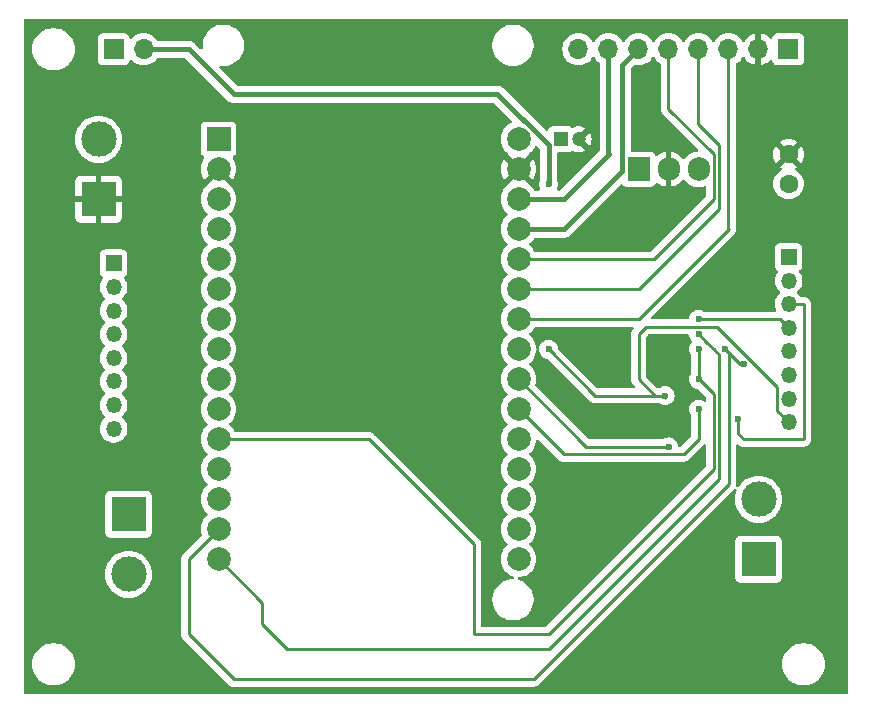
<source format=gbl>
%TF.GenerationSoftware,KiCad,Pcbnew,7.0.5*%
%TF.CreationDate,2023-06-02T21:27:16+04:00*%
%TF.ProjectId,Line Follower PID,4c696e65-2046-46f6-9c6c-6f7765722050,rev?*%
%TF.SameCoordinates,Original*%
%TF.FileFunction,Copper,L2,Bot*%
%TF.FilePolarity,Positive*%
%FSLAX46Y46*%
G04 Gerber Fmt 4.6, Leading zero omitted, Abs format (unit mm)*
G04 Created by KiCad (PCBNEW 7.0.5) date 2023-06-02 21:27:16*
%MOMM*%
%LPD*%
G01*
G04 APERTURE LIST*
%TA.AperFunction,ComponentPad*%
%ADD10R,2.000000X2.000000*%
%TD*%
%TA.AperFunction,ComponentPad*%
%ADD11C,2.000000*%
%TD*%
%TA.AperFunction,ComponentPad*%
%ADD12R,1.700000X1.700000*%
%TD*%
%TA.AperFunction,ComponentPad*%
%ADD13O,1.700000X1.700000*%
%TD*%
%TA.AperFunction,ComponentPad*%
%ADD14C,1.600000*%
%TD*%
%TA.AperFunction,ComponentPad*%
%ADD15R,1.350000X1.350000*%
%TD*%
%TA.AperFunction,ComponentPad*%
%ADD16O,1.350000X1.350000*%
%TD*%
%TA.AperFunction,ComponentPad*%
%ADD17R,1.200000X1.200000*%
%TD*%
%TA.AperFunction,ComponentPad*%
%ADD18C,1.200000*%
%TD*%
%TA.AperFunction,ComponentPad*%
%ADD19R,3.000000X3.000000*%
%TD*%
%TA.AperFunction,ComponentPad*%
%ADD20C,3.000000*%
%TD*%
%TA.AperFunction,ComponentPad*%
%ADD21R,1.905000X2.000000*%
%TD*%
%TA.AperFunction,ComponentPad*%
%ADD22O,1.905000X2.000000*%
%TD*%
%TA.AperFunction,ViaPad*%
%ADD23C,0.600000*%
%TD*%
%TA.AperFunction,Conductor*%
%ADD24C,0.464000*%
%TD*%
%TA.AperFunction,Conductor*%
%ADD25C,0.254000*%
%TD*%
G04 APERTURE END LIST*
D10*
%TO.P,U1,1,3V3*%
%TO.N,unconnected-(U1-3V3-Pad1)*%
X114300000Y-83820000D03*
D11*
%TO.P,U1,2,GND*%
%TO.N,GND*%
X114300000Y-86360000D03*
%TO.P,U1,3,D15*%
%TO.N,unconnected-(U1-D15-Pad3)*%
X114300000Y-88900000D03*
%TO.P,U1,4,D2*%
%TO.N,unconnected-(U1-D2-Pad4)*%
X114300000Y-91440000D03*
%TO.P,U1,5,D4*%
%TO.N,unconnected-(U1-D4-Pad5)*%
X114300000Y-93980000D03*
%TO.P,U1,6,RX2*%
%TO.N,unconnected-(U1-RX2-Pad6)*%
X114300000Y-96520000D03*
%TO.P,U1,7,TX2*%
%TO.N,unconnected-(U1-TX2-Pad7)*%
X114300000Y-99060000D03*
%TO.P,U1,8,D5*%
%TO.N,unconnected-(U1-D5-Pad8)*%
X114300000Y-101600000D03*
%TO.P,U1,9,D18*%
%TO.N,Net-(J6-Pin_2)*%
X114300000Y-104140000D03*
%TO.P,U1,10,D19*%
%TO.N,Net-(J6-Pin_3)*%
X114300000Y-106680000D03*
%TO.P,U1,11,D21*%
%TO.N,AIN2*%
X114300000Y-109220000D03*
%TO.P,U1,12,RX0*%
%TO.N,unconnected-(U1-RX0-Pad12)*%
X114300000Y-111760000D03*
%TO.P,U1,13,TX0*%
%TO.N,unconnected-(U1-TX0-Pad13)*%
X114300000Y-114300000D03*
%TO.P,U1,14,D22*%
%TO.N,AIN1*%
X114300000Y-116840000D03*
%TO.P,U1,15,D23*%
%TO.N,PWMA*%
X114300000Y-119380000D03*
%TO.P,U1,16,EN*%
%TO.N,unconnected-(U1-EN-Pad16)*%
X139700000Y-119380000D03*
%TO.P,U1,17,VP*%
%TO.N,unconnected-(U1-VP-Pad17)*%
X139700000Y-116840000D03*
%TO.P,U1,18,VN*%
%TO.N,unconnected-(U1-VN-Pad18)*%
X139700000Y-114300000D03*
%TO.P,U1,19,D34*%
%TO.N,unconnected-(U1-D34-Pad19)*%
X139700000Y-111760000D03*
%TO.P,U1,20,D35*%
%TO.N,unconnected-(U1-D35-Pad20)*%
X139700000Y-109220000D03*
%TO.P,U1,21,D32*%
%TO.N,PWMB*%
X139700000Y-106680000D03*
%TO.P,U1,22,D33*%
%TO.N,BIN1*%
X139700000Y-104140000D03*
%TO.P,U1,23,D25*%
%TO.N,BIN2*%
X139700000Y-101600000D03*
%TO.P,U1,24,D26*%
%TO.N,IR1*%
X139700000Y-99060000D03*
%TO.P,U1,25,D27*%
%TO.N,IR2*%
X139700000Y-96520000D03*
%TO.P,U1,26,D14*%
%TO.N,Net-(J7-Pin_5)*%
X139700000Y-93980000D03*
%TO.P,U1,27,D12*%
%TO.N,Net-(J7-Pin_6)*%
X139700000Y-91440000D03*
%TO.P,U1,28,D13*%
%TO.N,Net-(J7-Pin_7)*%
X139700000Y-88900000D03*
%TO.P,U1,29,GND*%
%TO.N,GND*%
X139700000Y-86360000D03*
%TO.P,U1,30,VIN*%
%TO.N,5V*%
X139700000Y-83820000D03*
%TD*%
D12*
%TO.P,J1,1,Pin_1*%
%TO.N,V_Batt*%
X105410000Y-76200000D03*
D13*
%TO.P,J1,2,Pin_2*%
%TO.N,Net-(J1-Pin_2)*%
X107950000Y-76200000D03*
%TD*%
D14*
%TO.P,C4,1*%
%TO.N,5V*%
X162560000Y-87590000D03*
%TO.P,C4,2*%
%TO.N,GND*%
X162560000Y-85090000D03*
%TD*%
D15*
%TO.P,J6,1,Pin_1*%
%TO.N,5V*%
X105410000Y-94330000D03*
D16*
%TO.P,J6,2,Pin_2*%
%TO.N,Net-(J6-Pin_2)*%
X105410000Y-96330000D03*
%TO.P,J6,3,Pin_3*%
%TO.N,Net-(J6-Pin_3)*%
X105410000Y-98330000D03*
%TO.P,J6,4,Pin_4*%
%TO.N,3v3*%
X105410000Y-100330000D03*
%TO.P,J6,5,Pin_5*%
%TO.N,unconnected-(J6-Pin_5-Pad5)*%
X105410000Y-102330000D03*
%TO.P,J6,6,Pin_6*%
%TO.N,unconnected-(J6-Pin_6-Pad6)*%
X105410000Y-104330000D03*
%TO.P,J6,7,Pin_7*%
%TO.N,unconnected-(J6-Pin_7-Pad7)*%
X105410000Y-106330000D03*
%TO.P,J6,8,Pin_8*%
%TO.N,unconnected-(J6-Pin_8-Pad8)*%
X105410000Y-108330000D03*
%TD*%
D17*
%TO.P,C5,1*%
%TO.N,V_Batt*%
X143280000Y-83820000D03*
D18*
%TO.P,C5,2*%
%TO.N,GND*%
X144780000Y-83820000D03*
%TD*%
D19*
%TO.P,J3,1,Pin_1*%
%TO.N,GND*%
X104140000Y-88900000D03*
D20*
%TO.P,J3,2,Pin_2*%
%TO.N,V_Batt*%
X104140000Y-83820000D03*
%TD*%
D21*
%TO.P,U3,1,VI*%
%TO.N,V_Batt*%
X149860000Y-86360000D03*
D22*
%TO.P,U3,2,GND*%
%TO.N,GND*%
X152400000Y-86360000D03*
%TO.P,U3,3,VO*%
%TO.N,5V*%
X154940000Y-86360000D03*
%TD*%
D19*
%TO.P,J5,1,Pin_1*%
%TO.N,Net-(J5-Pin_1)*%
X160020000Y-119380000D03*
D20*
%TO.P,J5,2,Pin_2*%
%TO.N,Net-(J5-Pin_2)*%
X160020000Y-114300000D03*
%TD*%
D19*
%TO.P,J4,1,Pin_1*%
%TO.N,Net-(J4-Pin_1)*%
X106680000Y-115570000D03*
D20*
%TO.P,J4,2,Pin_2*%
%TO.N,Net-(J4-Pin_2)*%
X106680000Y-120650000D03*
%TD*%
D12*
%TO.P,J7,1,Pin_1*%
%TO.N,5V*%
X162545000Y-76200000D03*
D13*
%TO.P,J7,2,Pin_2*%
%TO.N,GND*%
X160005000Y-76200000D03*
%TO.P,J7,3,Pin_3*%
%TO.N,IR1*%
X157465000Y-76200000D03*
%TO.P,J7,4,Pin_4*%
%TO.N,IR2*%
X154925000Y-76200000D03*
%TO.P,J7,5,Pin_5*%
%TO.N,Net-(J7-Pin_5)*%
X152385000Y-76200000D03*
%TO.P,J7,6,Pin_6*%
%TO.N,Net-(J7-Pin_6)*%
X149845000Y-76200000D03*
%TO.P,J7,7,Pin_7*%
%TO.N,Net-(J7-Pin_7)*%
X147305000Y-76200000D03*
%TO.P,J7,8*%
%TO.N,N/C*%
X144765000Y-76200000D03*
%TD*%
D15*
%TO.P,J2,1,Pin_1*%
%TO.N,unconnected-(J2-Pin_1-Pad1)*%
X162560000Y-93790000D03*
D16*
%TO.P,J2,2,Pin_2*%
%TO.N,Net-(J2-Pin_2)*%
X162560000Y-95790000D03*
%TO.P,J2,3,Pin_3*%
%TO.N,PWMB*%
X162560000Y-97790000D03*
%TO.P,J2,4,Pin_4*%
%TO.N,PWMA*%
X162560000Y-99790000D03*
%TO.P,J2,5,Pin_5*%
%TO.N,AIN1*%
X162560000Y-101790000D03*
%TO.P,J2,6,Pin_6*%
%TO.N,AIN2*%
X162560000Y-103790000D03*
%TO.P,J2,7,Pin_7*%
%TO.N,BIN1*%
X162560000Y-105790000D03*
%TO.P,J2,8,Pin_8*%
%TO.N,BIN2*%
X162560000Y-107790000D03*
%TD*%
D23*
%TO.N,GND*%
X151756500Y-104140000D03*
X159004000Y-88900000D03*
X150876000Y-89408000D03*
X150876000Y-100584000D03*
X118364000Y-85852000D03*
%TO.N,Net-(J1-Pin_2)*%
X142240000Y-87630000D03*
%TO.N,PWMB*%
X158306997Y-107506997D03*
X154940000Y-106680000D03*
%TO.N,PWMA*%
X154940000Y-100330000D03*
X154940000Y-99060000D03*
%TO.N,AIN1*%
X157200500Y-101600000D03*
X158750000Y-102870000D03*
%TO.N,AIN2*%
X154940000Y-101600000D03*
X154940000Y-104140000D03*
%TO.N,BIN1*%
X152400000Y-109863500D03*
%TO.N,BIN2*%
X142240000Y-101600000D03*
X152117823Y-105516770D03*
%TD*%
D24*
%TO.N,Net-(J1-Pin_2)*%
X111760000Y-76200000D02*
X107950000Y-76200000D01*
X115570000Y-80010000D02*
X111760000Y-76200000D01*
X137766662Y-80010000D02*
X115570000Y-80010000D01*
X137915154Y-80010000D02*
X137766662Y-80010000D01*
X142240000Y-84334846D02*
X137915154Y-80010000D01*
X142240000Y-87630000D02*
X142240000Y-84334846D01*
D25*
%TO.N,PWMB*%
X158306997Y-107506997D02*
X158306997Y-108776997D01*
X163830000Y-109220000D02*
X163830000Y-97790000D01*
X153670000Y-110490000D02*
X154940000Y-109220000D01*
X139700000Y-106680000D02*
X143510000Y-110490000D01*
X158306997Y-108776997D02*
X158750000Y-109220000D01*
X158750000Y-109220000D02*
X163830000Y-109220000D01*
X154940000Y-109220000D02*
X154940000Y-106680000D01*
X163830000Y-97790000D02*
X162560000Y-97790000D01*
X143510000Y-110490000D02*
X153670000Y-110490000D01*
%TO.N,PWMA*%
X155583000Y-100973000D02*
X154940000Y-100330000D01*
X156664000Y-102054000D02*
X156210000Y-101600000D01*
X142240000Y-127000000D02*
X156664000Y-112576000D01*
X156210000Y-101600000D02*
X155583000Y-100973000D01*
X161830000Y-99060000D02*
X154940000Y-99060000D01*
X120100394Y-127000000D02*
X142240000Y-127000000D01*
X156664000Y-112576000D02*
X156664000Y-102054000D01*
X162560000Y-99790000D02*
X161830000Y-99060000D01*
X114300000Y-119380000D02*
X117963000Y-123043000D01*
X117963000Y-124862606D02*
X120100394Y-127000000D01*
X117963000Y-123043000D02*
X117963000Y-124862606D01*
%TO.N,AIN1*%
X158750000Y-102870000D02*
X158470500Y-102870000D01*
X111760000Y-119380000D02*
X114300000Y-116840000D01*
X111760000Y-125730000D02*
X111760000Y-119380000D01*
X157480000Y-113030000D02*
X140970000Y-129540000D01*
X157480000Y-101879500D02*
X157480000Y-113030000D01*
X158470500Y-102870000D02*
X157200500Y-101600000D01*
X157200500Y-101600000D02*
X157480000Y-101879500D01*
X140970000Y-129540000D02*
X115570000Y-129540000D01*
X115570000Y-129540000D02*
X111760000Y-125730000D01*
%TO.N,AIN2*%
X127000000Y-109220000D02*
X135907000Y-118127000D01*
X142240000Y-125730000D02*
X156210000Y-111760000D01*
X114300000Y-109220000D02*
X127000000Y-109220000D01*
X156210000Y-105410000D02*
X154940000Y-104140000D01*
X154940000Y-104140000D02*
X154940000Y-101600000D01*
X156210000Y-111760000D02*
X156210000Y-105410000D01*
X135890000Y-125730000D02*
X142240000Y-125730000D01*
X135907000Y-125713000D02*
X135890000Y-125730000D01*
X135907000Y-118127000D02*
X135907000Y-125713000D01*
%TO.N,BIN1*%
X139700000Y-104140000D02*
X145423500Y-109863500D01*
X145423500Y-109863500D02*
X152400000Y-109863500D01*
%TO.N,BIN2*%
X161558000Y-106788000D02*
X162560000Y-107790000D01*
X152117823Y-105516770D02*
X151236770Y-105516770D01*
X149860000Y-104140000D02*
X149860000Y-100330000D01*
X152117823Y-105516770D02*
X152117823Y-105692177D01*
X146156770Y-105516770D02*
X152117823Y-105516770D01*
X142240000Y-101600000D02*
X146156770Y-105516770D01*
X156469712Y-99703000D02*
X161558000Y-104791288D01*
X151236770Y-105516770D02*
X149860000Y-104140000D01*
X149860000Y-100330000D02*
X150487000Y-99703000D01*
X161558000Y-104791288D02*
X161558000Y-106788000D01*
X150487000Y-99703000D02*
X156469712Y-99703000D01*
%TO.N,IR1*%
X157465000Y-91425000D02*
X157465000Y-76200000D01*
X149860000Y-99060000D02*
X157480000Y-91440000D01*
X157480000Y-91440000D02*
X157465000Y-91425000D01*
X139700000Y-99060000D02*
X149860000Y-99060000D01*
%TO.N,IR2*%
X156673500Y-84283500D02*
X156673500Y-89706500D01*
X154925000Y-82535000D02*
X156673500Y-84283500D01*
X149860000Y-96520000D02*
X139700000Y-96520000D01*
X154925000Y-76200000D02*
X154925000Y-82535000D01*
X156673500Y-89706500D02*
X149860000Y-96520000D01*
%TO.N,Net-(J7-Pin_5)*%
X151130000Y-93980000D02*
X156219500Y-88890500D01*
X139700000Y-93980000D02*
X151130000Y-93980000D01*
X156219500Y-85099500D02*
X152385000Y-81265000D01*
X156219500Y-88890500D02*
X156219500Y-85099500D01*
X152385000Y-81265000D02*
X152385000Y-76200000D01*
D24*
%TO.N,Net-(J7-Pin_6)*%
X148475500Y-77569500D02*
X148475500Y-86474500D01*
X143510000Y-91440000D02*
X139700000Y-91440000D01*
X149845000Y-76200000D02*
X148475500Y-77569500D01*
X148475500Y-86474500D02*
X143510000Y-91440000D01*
%TO.N,Net-(J7-Pin_7)*%
X147305000Y-76200000D02*
X147305000Y-85075000D01*
X147305000Y-85075000D02*
X147320000Y-85090000D01*
X147320000Y-85090000D02*
X143510000Y-88900000D01*
X143510000Y-88900000D02*
X139700000Y-88900000D01*
%TD*%
%TA.AperFunction,Conductor*%
%TO.N,GND*%
G36*
X149382757Y-99707185D02*
G01*
X149428512Y-99759989D01*
X149438456Y-99829147D01*
X149409431Y-99892703D01*
X149403411Y-99899168D01*
X149397124Y-99905455D01*
X149388373Y-99914207D01*
X149384106Y-99919709D01*
X149380315Y-99924147D01*
X149348308Y-99958230D01*
X149348305Y-99958234D01*
X149338606Y-99975877D01*
X149327928Y-99992133D01*
X149315594Y-100008034D01*
X149315589Y-100008042D01*
X149297025Y-100050943D01*
X149294454Y-100056191D01*
X149271927Y-100097167D01*
X149266920Y-100116668D01*
X149260621Y-100135064D01*
X149253893Y-100150612D01*
X149252625Y-100153544D01*
X149252624Y-100153546D01*
X149245312Y-100199716D01*
X149244127Y-100205438D01*
X149232500Y-100250723D01*
X149232500Y-100270858D01*
X149230973Y-100290257D01*
X149227825Y-100310131D01*
X149232225Y-100356677D01*
X149232500Y-100362515D01*
X149232500Y-104057032D01*
X149230772Y-104072681D01*
X149231054Y-104072708D01*
X149230319Y-104080475D01*
X149232469Y-104148890D01*
X149232500Y-104150837D01*
X149232500Y-104179477D01*
X149233371Y-104186380D01*
X149233829Y-104192199D01*
X149235298Y-104238942D01*
X149240916Y-104258275D01*
X149244862Y-104277329D01*
X149247383Y-104297287D01*
X149247386Y-104297299D01*
X149264595Y-104340765D01*
X149266487Y-104346293D01*
X149279530Y-104391187D01*
X149279530Y-104391188D01*
X149289777Y-104408515D01*
X149298335Y-104425985D01*
X149305745Y-104444701D01*
X149333229Y-104482529D01*
X149336437Y-104487413D01*
X149360234Y-104527652D01*
X149360240Y-104527660D01*
X149374469Y-104541888D01*
X149387109Y-104556687D01*
X149398934Y-104572964D01*
X149398936Y-104572965D01*
X149398937Y-104572967D01*
X149430032Y-104598691D01*
X149434957Y-104602765D01*
X149439268Y-104606687D01*
X149474843Y-104642262D01*
X149510170Y-104677589D01*
X149543655Y-104738912D01*
X149538671Y-104808604D01*
X149496799Y-104864537D01*
X149431335Y-104888954D01*
X149422489Y-104889270D01*
X146468051Y-104889270D01*
X146401012Y-104869585D01*
X146380370Y-104852951D01*
X143065852Y-101538433D01*
X143032367Y-101477110D01*
X143030314Y-101464648D01*
X143025368Y-101420745D01*
X142965789Y-101250478D01*
X142869816Y-101097738D01*
X142742262Y-100970184D01*
X142734010Y-100964999D01*
X142589523Y-100874211D01*
X142419254Y-100814631D01*
X142419249Y-100814630D01*
X142240004Y-100794435D01*
X142239996Y-100794435D01*
X142060750Y-100814630D01*
X142060745Y-100814631D01*
X141890476Y-100874211D01*
X141737737Y-100970184D01*
X141610184Y-101097737D01*
X141514211Y-101250476D01*
X141454631Y-101420745D01*
X141454630Y-101420749D01*
X141444635Y-101509463D01*
X141417568Y-101573877D01*
X141379048Y-101600331D01*
X141410079Y-101617732D01*
X141442871Y-101679429D01*
X141444635Y-101690536D01*
X141454630Y-101779250D01*
X141454631Y-101779254D01*
X141514211Y-101949523D01*
X141593493Y-102075698D01*
X141610184Y-102102262D01*
X141737738Y-102229816D01*
X141890478Y-102325789D01*
X142060745Y-102385368D01*
X142104635Y-102390313D01*
X142169048Y-102417378D01*
X142178433Y-102425852D01*
X145654394Y-105901813D01*
X145664241Y-105914103D01*
X145664459Y-105913924D01*
X145669426Y-105919929D01*
X145694091Y-105943090D01*
X145719351Y-105966811D01*
X145720692Y-105968111D01*
X145740974Y-105988393D01*
X145740975Y-105988394D01*
X145740977Y-105988396D01*
X145746467Y-105992653D01*
X145750918Y-105996454D01*
X145785005Y-106028465D01*
X145785007Y-106028466D01*
X145802637Y-106038157D01*
X145818905Y-106048842D01*
X145834808Y-106061178D01*
X145834810Y-106061179D01*
X145834812Y-106061180D01*
X145856150Y-106070413D01*
X145877713Y-106079744D01*
X145882960Y-106082315D01*
X145904504Y-106094159D01*
X145923936Y-106104842D01*
X145943437Y-106109849D01*
X145961835Y-106116148D01*
X145980311Y-106124143D01*
X146026510Y-106131460D01*
X146032184Y-106132635D01*
X146077498Y-106144270D01*
X146097634Y-106144270D01*
X146117033Y-106145797D01*
X146136903Y-106148944D01*
X146183441Y-106144544D01*
X146189278Y-106144270D01*
X151157498Y-106144270D01*
X151177628Y-106144270D01*
X151197027Y-106145797D01*
X151216903Y-106148945D01*
X151259549Y-106144913D01*
X151263449Y-106144545D01*
X151269287Y-106144270D01*
X151576151Y-106144270D01*
X151642122Y-106163275D01*
X151768301Y-106242559D01*
X151938568Y-106302138D01*
X152004633Y-106309581D01*
X152009266Y-106310283D01*
X152078109Y-106323416D01*
X152098891Y-106322108D01*
X152110857Y-106322404D01*
X152110857Y-106322335D01*
X152117824Y-106322335D01*
X152144801Y-106319295D01*
X152147847Y-106319027D01*
X152164297Y-106317992D01*
X152236332Y-106313462D01*
X152236337Y-106313461D01*
X152236339Y-106313461D01*
X152245491Y-106310486D01*
X152269927Y-106305196D01*
X152297078Y-106302138D01*
X152467345Y-106242559D01*
X152620085Y-106146586D01*
X152747639Y-106019032D01*
X152843612Y-105866292D01*
X152903191Y-105696025D01*
X152903315Y-105694923D01*
X152923388Y-105516773D01*
X152923388Y-105516766D01*
X152903192Y-105337520D01*
X152903191Y-105337515D01*
X152843611Y-105167246D01*
X152802971Y-105102569D01*
X152747639Y-105014508D01*
X152620085Y-104886954D01*
X152593523Y-104870264D01*
X152467346Y-104790981D01*
X152297077Y-104731401D01*
X152297072Y-104731400D01*
X152117827Y-104711205D01*
X152117819Y-104711205D01*
X151938573Y-104731400D01*
X151938568Y-104731401D01*
X151768299Y-104790981D01*
X151642123Y-104870264D01*
X151576151Y-104889270D01*
X151548051Y-104889270D01*
X151481012Y-104869585D01*
X151460370Y-104852951D01*
X150523819Y-103916400D01*
X150490334Y-103855077D01*
X150487500Y-103828719D01*
X150487500Y-100641280D01*
X150507185Y-100574241D01*
X150523814Y-100553604D01*
X150710600Y-100366818D01*
X150771923Y-100333334D01*
X150798281Y-100330500D01*
X154023678Y-100330500D01*
X154090717Y-100350185D01*
X154136472Y-100402989D01*
X154146898Y-100440617D01*
X154154630Y-100509249D01*
X154214210Y-100679521D01*
X154310184Y-100832262D01*
X154310185Y-100832263D01*
X154355241Y-100877320D01*
X154388725Y-100938643D01*
X154383740Y-101008335D01*
X154355241Y-101052680D01*
X154310184Y-101097737D01*
X154214211Y-101250476D01*
X154154631Y-101420745D01*
X154154630Y-101420750D01*
X154134435Y-101599996D01*
X154134435Y-101600003D01*
X154154630Y-101779249D01*
X154154631Y-101779254D01*
X154214211Y-101949524D01*
X154293493Y-102075698D01*
X154312500Y-102141671D01*
X154312500Y-103598328D01*
X154293494Y-103664300D01*
X154214211Y-103790476D01*
X154154631Y-103960745D01*
X154154630Y-103960750D01*
X154134435Y-104139996D01*
X154134435Y-104140003D01*
X154154630Y-104319249D01*
X154154631Y-104319254D01*
X154214211Y-104489523D01*
X154301776Y-104628881D01*
X154310184Y-104642262D01*
X154437738Y-104769816D01*
X154590478Y-104865789D01*
X154760745Y-104925368D01*
X154804635Y-104930313D01*
X154869048Y-104957378D01*
X154878433Y-104965852D01*
X155546181Y-105633600D01*
X155579666Y-105694923D01*
X155582500Y-105721281D01*
X155582500Y-105913940D01*
X155562815Y-105980979D01*
X155510011Y-106026734D01*
X155440853Y-106036678D01*
X155392528Y-106018934D01*
X155289523Y-105954211D01*
X155119254Y-105894631D01*
X155119249Y-105894630D01*
X154940004Y-105874435D01*
X154939996Y-105874435D01*
X154760750Y-105894630D01*
X154760745Y-105894631D01*
X154590476Y-105954211D01*
X154437737Y-106050184D01*
X154310184Y-106177737D01*
X154214211Y-106330476D01*
X154154631Y-106500745D01*
X154154630Y-106500750D01*
X154134435Y-106679996D01*
X154134435Y-106680003D01*
X154154630Y-106859249D01*
X154154631Y-106859254D01*
X154214211Y-107029524D01*
X154293493Y-107155698D01*
X154312500Y-107221671D01*
X154312500Y-108908719D01*
X154292815Y-108975758D01*
X154276181Y-108996400D01*
X153446400Y-109826181D01*
X153385077Y-109859666D01*
X153358719Y-109862500D01*
X153316266Y-109862500D01*
X153249227Y-109842815D01*
X153203472Y-109790011D01*
X153193046Y-109752384D01*
X153185369Y-109684249D01*
X153185368Y-109684245D01*
X153173672Y-109650819D01*
X153125789Y-109513978D01*
X153096788Y-109467824D01*
X153082362Y-109444865D01*
X153029816Y-109361238D01*
X152902262Y-109233684D01*
X152875700Y-109216994D01*
X152749523Y-109137711D01*
X152579254Y-109078131D01*
X152579249Y-109078130D01*
X152400004Y-109057935D01*
X152399996Y-109057935D01*
X152220750Y-109078130D01*
X152220745Y-109078131D01*
X152050476Y-109137711D01*
X151924300Y-109216994D01*
X151858328Y-109236000D01*
X145734781Y-109236000D01*
X145667742Y-109216315D01*
X145647100Y-109199681D01*
X141164232Y-104716813D01*
X141130747Y-104655490D01*
X141131708Y-104598691D01*
X141161125Y-104482529D01*
X141185108Y-104387821D01*
X141188549Y-104346293D01*
X141205643Y-104140005D01*
X141205643Y-104139994D01*
X141185109Y-103892187D01*
X141185107Y-103892175D01*
X141124063Y-103651118D01*
X141024173Y-103423393D01*
X140888166Y-103215217D01*
X140866557Y-103191744D01*
X140719744Y-103032262D01*
X140636991Y-102967852D01*
X140596179Y-102911143D01*
X140592504Y-102841370D01*
X140627136Y-102780687D01*
X140636985Y-102772151D01*
X140719744Y-102707738D01*
X140888164Y-102524785D01*
X141024173Y-102316607D01*
X141124063Y-102088881D01*
X141185108Y-101847821D01*
X141197839Y-101694177D01*
X141222992Y-101628996D01*
X141263347Y-101599489D01*
X141230230Y-101579611D01*
X141199274Y-101516973D01*
X141197840Y-101505836D01*
X141185108Y-101352179D01*
X141185107Y-101352175D01*
X141124063Y-101111118D01*
X141024173Y-100883393D01*
X140888166Y-100675217D01*
X140856925Y-100641280D01*
X140719744Y-100492262D01*
X140636991Y-100427852D01*
X140596179Y-100371143D01*
X140592504Y-100301370D01*
X140627136Y-100240687D01*
X140636985Y-100232151D01*
X140719744Y-100167738D01*
X140888164Y-99984785D01*
X141024173Y-99776607D01*
X141030715Y-99761691D01*
X141075670Y-99708205D01*
X141142406Y-99687514D01*
X141144272Y-99687500D01*
X149315718Y-99687500D01*
X149382757Y-99707185D01*
G37*
%TD.AperFunction*%
%TA.AperFunction,Conductor*%
G36*
X152650000Y-87838365D02*
G01*
X152757792Y-87820379D01*
X152985454Y-87742221D01*
X152985468Y-87742215D01*
X153197159Y-87627655D01*
X153197168Y-87627649D01*
X153387116Y-87479806D01*
X153387126Y-87479797D01*
X153550154Y-87302702D01*
X153550155Y-87302701D01*
X153565891Y-87278616D01*
X153619036Y-87233258D01*
X153688267Y-87223833D01*
X153751604Y-87253333D01*
X153773510Y-87278614D01*
X153789446Y-87303007D01*
X153789449Y-87303010D01*
X153952537Y-87480171D01*
X154093646Y-87590000D01*
X154142017Y-87627649D01*
X154142561Y-87628072D01*
X154222007Y-87671066D01*
X154353478Y-87742215D01*
X154354336Y-87742679D01*
X154452262Y-87776297D01*
X154582083Y-87820865D01*
X154582085Y-87820865D01*
X154582087Y-87820866D01*
X154819601Y-87860500D01*
X154819602Y-87860500D01*
X155060398Y-87860500D01*
X155060399Y-87860500D01*
X155297913Y-87820866D01*
X155427738Y-87776296D01*
X155497535Y-87773147D01*
X155557957Y-87808233D01*
X155589817Y-87870415D01*
X155592000Y-87893578D01*
X155592000Y-88579219D01*
X155572315Y-88646258D01*
X155555681Y-88666900D01*
X150906400Y-93316181D01*
X150845077Y-93349666D01*
X150818719Y-93352500D01*
X141144272Y-93352500D01*
X141077233Y-93332815D01*
X141031478Y-93280011D01*
X141030715Y-93278308D01*
X141024173Y-93263393D01*
X140957217Y-93160909D01*
X140888166Y-93055217D01*
X140844254Y-93007516D01*
X140719744Y-92872262D01*
X140636991Y-92807852D01*
X140596179Y-92751143D01*
X140592504Y-92681370D01*
X140627136Y-92620687D01*
X140636985Y-92612151D01*
X140719744Y-92547738D01*
X140888164Y-92364785D01*
X140977087Y-92228677D01*
X141030234Y-92183322D01*
X141080896Y-92172500D01*
X143447600Y-92172500D01*
X143465569Y-92173809D01*
X143470611Y-92174547D01*
X143488550Y-92177175D01*
X143539290Y-92172735D01*
X143544692Y-92172500D01*
X143552660Y-92172500D01*
X143552667Y-92172500D01*
X143583642Y-92168879D01*
X143585251Y-92168714D01*
X143659132Y-92162251D01*
X143659138Y-92162248D01*
X143666201Y-92160791D01*
X143666218Y-92160878D01*
X143673072Y-92159358D01*
X143673052Y-92159272D01*
X143680069Y-92157608D01*
X143680076Y-92157608D01*
X143749735Y-92132253D01*
X143751305Y-92131707D01*
X143821676Y-92108390D01*
X143821682Y-92108386D01*
X143828224Y-92105336D01*
X143828261Y-92105416D01*
X143834574Y-92102360D01*
X143834535Y-92102281D01*
X143840984Y-92099042D01*
X143840984Y-92099041D01*
X143902884Y-92058328D01*
X143904384Y-92057374D01*
X143967413Y-92018497D01*
X143967415Y-92018496D01*
X143967417Y-92018493D01*
X143973079Y-92014017D01*
X143973134Y-92014087D01*
X143978571Y-92009658D01*
X143978515Y-92009591D01*
X143984047Y-92004949D01*
X143984048Y-92004948D01*
X144034925Y-91951019D01*
X144036118Y-91949791D01*
X148328216Y-87657694D01*
X148389535Y-87624212D01*
X148459227Y-87629196D01*
X148515159Y-87671066D01*
X148545587Y-87711713D01*
X148549955Y-87717547D01*
X148665164Y-87803793D01*
X148665171Y-87803797D01*
X148800017Y-87854091D01*
X148800016Y-87854091D01*
X148806944Y-87854835D01*
X148859627Y-87860500D01*
X150860372Y-87860499D01*
X150919983Y-87854091D01*
X151054831Y-87803796D01*
X151170046Y-87717546D01*
X151256296Y-87602331D01*
X151256296Y-87602329D01*
X151256298Y-87602327D01*
X151267907Y-87571199D01*
X151309776Y-87515264D01*
X151375240Y-87490844D01*
X151443513Y-87505694D01*
X151460252Y-87516675D01*
X151602831Y-87627649D01*
X151602840Y-87627655D01*
X151814531Y-87742215D01*
X151814545Y-87742221D01*
X152042207Y-87820379D01*
X152150000Y-87838366D01*
X152150000Y-86851683D01*
X152178819Y-86869209D01*
X152324404Y-86910000D01*
X152437622Y-86910000D01*
X152549783Y-86894584D01*
X152650000Y-86851053D01*
X152650000Y-87838365D01*
G37*
%TD.AperFunction*%
%TA.AperFunction,Conductor*%
G36*
X141246661Y-84382005D02*
G01*
X141268879Y-84399636D01*
X141471181Y-84601937D01*
X141504666Y-84663260D01*
X141507500Y-84689618D01*
X141507500Y-87278586D01*
X141500542Y-87319540D01*
X141454631Y-87450747D01*
X141434435Y-87629996D01*
X141434435Y-87630003D01*
X141454630Y-87809249D01*
X141454631Y-87809254D01*
X141514213Y-87979529D01*
X141517231Y-87985795D01*
X141515524Y-87986616D01*
X141531958Y-88044760D01*
X141511593Y-88111596D01*
X141458327Y-88156812D01*
X141407964Y-88167500D01*
X141080896Y-88167500D01*
X141013857Y-88147815D01*
X140977087Y-88111322D01*
X140888164Y-87975215D01*
X140719744Y-87792262D01*
X140616253Y-87711712D01*
X140575442Y-87655003D01*
X140568655Y-87606176D01*
X140570056Y-87583609D01*
X139841365Y-86854918D01*
X139845161Y-86854373D01*
X139978562Y-86793451D01*
X140089395Y-86697413D01*
X140168682Y-86574040D01*
X140191132Y-86497580D01*
X140923434Y-87229882D01*
X141023731Y-87076369D01*
X141123587Y-86848717D01*
X141184612Y-86607738D01*
X141184614Y-86607729D01*
X141205141Y-86360005D01*
X141205141Y-86359994D01*
X141184614Y-86112270D01*
X141184612Y-86112261D01*
X141123587Y-85871282D01*
X141023731Y-85643630D01*
X140923434Y-85490116D01*
X140191132Y-86222418D01*
X140168682Y-86145960D01*
X140089395Y-86022587D01*
X139978562Y-85926549D01*
X139845161Y-85865627D01*
X139841363Y-85865081D01*
X140570056Y-85136389D01*
X140568655Y-85113823D01*
X140584148Y-85045693D01*
X140616250Y-85008290D01*
X140719744Y-84927738D01*
X140888164Y-84744785D01*
X141024173Y-84536607D01*
X141067642Y-84437506D01*
X141112598Y-84384021D01*
X141179334Y-84363331D01*
X141246661Y-84382005D01*
G37*
%TD.AperFunction*%
%TA.AperFunction,Conductor*%
G36*
X151199855Y-76866546D02*
G01*
X151216575Y-76885842D01*
X151346500Y-77071395D01*
X151346505Y-77071401D01*
X151513599Y-77238495D01*
X151704624Y-77372252D01*
X151748248Y-77426828D01*
X151757500Y-77473826D01*
X151757500Y-81182032D01*
X151755772Y-81197681D01*
X151756054Y-81197708D01*
X151755319Y-81205475D01*
X151757469Y-81273890D01*
X151757500Y-81275837D01*
X151757500Y-81304477D01*
X151758371Y-81311380D01*
X151758829Y-81317199D01*
X151760298Y-81363942D01*
X151765916Y-81383275D01*
X151769862Y-81402329D01*
X151772383Y-81422287D01*
X151772386Y-81422299D01*
X151789595Y-81465765D01*
X151791487Y-81471293D01*
X151804530Y-81516187D01*
X151804530Y-81516188D01*
X151814777Y-81533515D01*
X151823335Y-81550985D01*
X151830745Y-81569701D01*
X151858229Y-81607529D01*
X151861437Y-81612413D01*
X151885234Y-81652652D01*
X151885240Y-81652660D01*
X151899469Y-81666888D01*
X151912109Y-81681687D01*
X151923934Y-81697964D01*
X151923936Y-81697965D01*
X151923937Y-81697967D01*
X151959957Y-81727765D01*
X151964268Y-81731687D01*
X153468666Y-83236085D01*
X154882774Y-84650193D01*
X154916259Y-84711516D01*
X154911275Y-84781208D01*
X154869403Y-84837141D01*
X154815503Y-84860183D01*
X154582083Y-84899134D01*
X154354343Y-84977318D01*
X154354334Y-84977321D01*
X154142558Y-85091929D01*
X154032557Y-85177547D01*
X153952537Y-85239829D01*
X153952534Y-85239831D01*
X153952534Y-85239832D01*
X153789450Y-85416988D01*
X153789446Y-85416994D01*
X153773507Y-85441389D01*
X153720359Y-85486744D01*
X153651127Y-85496165D01*
X153587793Y-85466661D01*
X153565892Y-85441385D01*
X153550154Y-85417296D01*
X153387126Y-85240202D01*
X153387116Y-85240193D01*
X153197168Y-85092350D01*
X153197159Y-85092344D01*
X152985468Y-84977784D01*
X152985454Y-84977778D01*
X152757791Y-84899619D01*
X152650000Y-84881633D01*
X152650000Y-85868316D01*
X152621181Y-85850791D01*
X152475596Y-85810000D01*
X152362378Y-85810000D01*
X152250217Y-85825416D01*
X152150000Y-85868946D01*
X152150000Y-84881633D01*
X152149999Y-84881633D01*
X152042208Y-84899619D01*
X151814545Y-84977778D01*
X151814531Y-84977784D01*
X151602840Y-85092344D01*
X151602838Y-85092345D01*
X151460252Y-85203325D01*
X151395258Y-85228967D01*
X151326718Y-85215400D01*
X151276393Y-85166932D01*
X151267907Y-85148801D01*
X151256297Y-85117671D01*
X151256293Y-85117664D01*
X151170047Y-85002455D01*
X151170044Y-85002452D01*
X151054835Y-84916206D01*
X151054828Y-84916202D01*
X150919982Y-84865908D01*
X150919983Y-84865908D01*
X150860383Y-84859501D01*
X150860381Y-84859500D01*
X150860373Y-84859500D01*
X150860365Y-84859500D01*
X149332000Y-84859500D01*
X149264961Y-84839815D01*
X149219206Y-84787011D01*
X149208000Y-84735500D01*
X149208000Y-77924272D01*
X149227685Y-77857233D01*
X149244315Y-77836595D01*
X149510089Y-77570820D01*
X149571412Y-77537336D01*
X149608578Y-77534974D01*
X149609590Y-77535062D01*
X149609592Y-77535063D01*
X149786011Y-77550498D01*
X149844999Y-77555659D01*
X149845000Y-77555659D01*
X149845001Y-77555659D01*
X149903966Y-77550500D01*
X150080408Y-77535063D01*
X150308663Y-77473903D01*
X150522830Y-77374035D01*
X150716401Y-77238495D01*
X150883495Y-77071401D01*
X151013424Y-76885842D01*
X151068002Y-76842217D01*
X151137500Y-76835023D01*
X151199855Y-76866546D01*
G37*
%TD.AperFunction*%
%TA.AperFunction,Conductor*%
G36*
X144481261Y-83847490D02*
G01*
X144480643Y-83846357D01*
X144480866Y-83843227D01*
X144481261Y-83847490D01*
G37*
%TD.AperFunction*%
%TA.AperFunction,Conductor*%
G36*
X167582539Y-73680185D02*
G01*
X167628294Y-73732989D01*
X167639500Y-73784500D01*
X167639500Y-130685500D01*
X167619815Y-130752539D01*
X167567011Y-130798294D01*
X167515500Y-130809500D01*
X97914500Y-130809500D01*
X97847461Y-130789815D01*
X97801706Y-130737011D01*
X97790500Y-130685500D01*
X97790500Y-128270004D01*
X98528411Y-128270004D01*
X98548531Y-128538503D01*
X98548532Y-128538508D01*
X98608447Y-128801014D01*
X98608449Y-128801023D01*
X98608451Y-128801028D01*
X98706824Y-129051680D01*
X98841457Y-129284871D01*
X98977055Y-129454906D01*
X99009345Y-129495396D01*
X99195676Y-129668285D01*
X99206728Y-129678539D01*
X99429206Y-129830222D01*
X99429211Y-129830224D01*
X99429212Y-129830225D01*
X99429213Y-129830226D01*
X99558056Y-129892273D01*
X99671802Y-129947050D01*
X99671803Y-129947050D01*
X99671806Y-129947052D01*
X99929109Y-130026419D01*
X99929110Y-130026419D01*
X99929113Y-130026420D01*
X100195359Y-130066550D01*
X100195364Y-130066550D01*
X100195367Y-130066551D01*
X100195368Y-130066551D01*
X100464632Y-130066551D01*
X100464633Y-130066551D01*
X100464640Y-130066550D01*
X100730886Y-130026420D01*
X100730887Y-130026419D01*
X100730891Y-130026419D01*
X100988194Y-129947052D01*
X101230795Y-129830222D01*
X101453272Y-129678539D01*
X101650658Y-129495392D01*
X101818543Y-129284871D01*
X101953176Y-129051680D01*
X102051549Y-128801028D01*
X102111467Y-128538513D01*
X102111468Y-128538503D01*
X102131589Y-128270004D01*
X102131589Y-128269995D01*
X102111468Y-128001496D01*
X102111467Y-128001491D01*
X102111467Y-128001487D01*
X102051549Y-127738972D01*
X101953176Y-127488320D01*
X101818543Y-127255129D01*
X101650658Y-127044608D01*
X101650657Y-127044607D01*
X101650654Y-127044603D01*
X101453272Y-126861461D01*
X101453271Y-126861460D01*
X101230795Y-126709778D01*
X101230791Y-126709776D01*
X101230788Y-126709774D01*
X101230787Y-126709773D01*
X100988199Y-126592950D01*
X100988180Y-126592943D01*
X100730896Y-126513582D01*
X100730886Y-126513579D01*
X100464640Y-126473449D01*
X100464633Y-126473449D01*
X100195367Y-126473449D01*
X100195359Y-126473449D01*
X99929113Y-126513579D01*
X99929107Y-126513581D01*
X99671802Y-126592949D01*
X99429213Y-126709773D01*
X99429212Y-126709774D01*
X99429206Y-126709777D01*
X99429206Y-126709778D01*
X99403081Y-126727589D01*
X99206727Y-126861461D01*
X99009345Y-127044603D01*
X98841457Y-127255129D01*
X98706824Y-127488319D01*
X98608453Y-127738966D01*
X98608447Y-127738985D01*
X98548532Y-128001491D01*
X98548531Y-128001496D01*
X98528411Y-128269995D01*
X98528411Y-128270004D01*
X97790500Y-128270004D01*
X97790500Y-120650001D01*
X104674390Y-120650001D01*
X104694804Y-120935433D01*
X104755628Y-121215037D01*
X104755630Y-121215043D01*
X104755631Y-121215046D01*
X104855633Y-121483161D01*
X104855635Y-121483166D01*
X104992770Y-121734309D01*
X104992775Y-121734317D01*
X105164254Y-121963387D01*
X105164270Y-121963405D01*
X105366594Y-122165729D01*
X105366612Y-122165745D01*
X105595682Y-122337224D01*
X105595690Y-122337229D01*
X105846833Y-122474364D01*
X105846832Y-122474364D01*
X105846836Y-122474365D01*
X105846839Y-122474367D01*
X106114954Y-122574369D01*
X106114960Y-122574370D01*
X106114962Y-122574371D01*
X106394566Y-122635195D01*
X106394568Y-122635195D01*
X106394572Y-122635196D01*
X106648220Y-122653337D01*
X106679999Y-122655610D01*
X106680000Y-122655610D01*
X106680001Y-122655610D01*
X106708595Y-122653564D01*
X106965428Y-122635196D01*
X107245046Y-122574369D01*
X107513161Y-122474367D01*
X107764315Y-122337226D01*
X107993395Y-122165739D01*
X108195739Y-121963395D01*
X108367226Y-121734315D01*
X108504367Y-121483161D01*
X108604369Y-121215046D01*
X108644706Y-121029621D01*
X108665195Y-120935433D01*
X108665195Y-120935432D01*
X108665196Y-120935428D01*
X108685610Y-120650000D01*
X108665196Y-120364572D01*
X108604369Y-120084954D01*
X108504367Y-119816839D01*
X108435806Y-119691280D01*
X108367229Y-119565690D01*
X108367224Y-119565682D01*
X108195745Y-119336612D01*
X108195729Y-119336594D01*
X107993405Y-119134270D01*
X107993387Y-119134254D01*
X107764317Y-118962775D01*
X107764309Y-118962770D01*
X107513166Y-118825635D01*
X107513167Y-118825635D01*
X107405915Y-118785632D01*
X107245046Y-118725631D01*
X107245043Y-118725630D01*
X107245037Y-118725628D01*
X106965433Y-118664804D01*
X106680001Y-118644390D01*
X106679999Y-118644390D01*
X106394566Y-118664804D01*
X106114962Y-118725628D01*
X105846833Y-118825635D01*
X105595690Y-118962770D01*
X105595682Y-118962775D01*
X105366612Y-119134254D01*
X105366594Y-119134270D01*
X105164270Y-119336594D01*
X105164254Y-119336612D01*
X104992775Y-119565682D01*
X104992770Y-119565690D01*
X104855635Y-119816833D01*
X104755628Y-120084962D01*
X104694804Y-120364566D01*
X104674390Y-120649998D01*
X104674390Y-120650001D01*
X97790500Y-120650001D01*
X97790500Y-117117870D01*
X104679500Y-117117870D01*
X104679501Y-117117876D01*
X104685908Y-117177483D01*
X104736202Y-117312328D01*
X104736206Y-117312335D01*
X104822452Y-117427544D01*
X104822455Y-117427547D01*
X104937664Y-117513793D01*
X104937671Y-117513797D01*
X105072517Y-117564091D01*
X105072516Y-117564091D01*
X105079444Y-117564835D01*
X105132127Y-117570500D01*
X108227872Y-117570499D01*
X108287483Y-117564091D01*
X108422331Y-117513796D01*
X108537546Y-117427546D01*
X108623796Y-117312331D01*
X108674091Y-117177483D01*
X108680500Y-117117873D01*
X108680499Y-114022128D01*
X108674091Y-113962517D01*
X108623796Y-113827669D01*
X108623795Y-113827668D01*
X108623793Y-113827664D01*
X108537547Y-113712455D01*
X108537544Y-113712452D01*
X108422335Y-113626206D01*
X108422328Y-113626202D01*
X108287482Y-113575908D01*
X108287483Y-113575908D01*
X108227883Y-113569501D01*
X108227881Y-113569500D01*
X108227873Y-113569500D01*
X108227864Y-113569500D01*
X105132129Y-113569500D01*
X105132123Y-113569501D01*
X105072516Y-113575908D01*
X104937671Y-113626202D01*
X104937664Y-113626206D01*
X104822455Y-113712452D01*
X104822452Y-113712455D01*
X104736206Y-113827664D01*
X104736202Y-113827671D01*
X104685908Y-113962517D01*
X104680313Y-114014566D01*
X104679501Y-114022123D01*
X104679500Y-114022135D01*
X104679500Y-117117870D01*
X97790500Y-117117870D01*
X97790500Y-108330000D01*
X104229464Y-108330000D01*
X104249564Y-108546918D01*
X104249564Y-108546920D01*
X104249565Y-108546923D01*
X104309183Y-108756459D01*
X104309184Y-108756462D01*
X104406288Y-108951471D01*
X104406288Y-108951472D01*
X104537573Y-109125322D01*
X104698568Y-109272088D01*
X104698575Y-109272092D01*
X104698576Y-109272093D01*
X104883786Y-109386770D01*
X104883792Y-109386773D01*
X104906664Y-109395633D01*
X105086931Y-109465470D01*
X105301074Y-109505500D01*
X105301076Y-109505500D01*
X105518924Y-109505500D01*
X105518926Y-109505500D01*
X105733069Y-109465470D01*
X105936210Y-109386772D01*
X106121432Y-109272088D01*
X106282427Y-109125322D01*
X106413712Y-108951472D01*
X106510817Y-108756459D01*
X106570435Y-108546923D01*
X106590536Y-108330000D01*
X106570435Y-108113077D01*
X106510817Y-107903541D01*
X106413712Y-107708528D01*
X106282427Y-107534678D01*
X106158423Y-107421634D01*
X106122145Y-107361927D01*
X106123905Y-107292079D01*
X106158423Y-107238365D01*
X106282427Y-107125322D01*
X106413712Y-106951472D01*
X106510817Y-106756459D01*
X106570435Y-106546923D01*
X106590536Y-106330000D01*
X106588237Y-106305195D01*
X106578297Y-106197924D01*
X106570435Y-106113077D01*
X106510817Y-105903541D01*
X106413712Y-105708528D01*
X106282427Y-105534678D01*
X106158423Y-105421634D01*
X106122145Y-105361927D01*
X106123905Y-105292079D01*
X106158423Y-105238365D01*
X106282427Y-105125322D01*
X106413712Y-104951472D01*
X106510817Y-104756459D01*
X106570435Y-104546923D01*
X106590536Y-104330000D01*
X106570435Y-104113077D01*
X106510817Y-103903541D01*
X106413712Y-103708528D01*
X106282427Y-103534678D01*
X106158423Y-103421634D01*
X106122145Y-103361927D01*
X106123905Y-103292079D01*
X106158423Y-103238365D01*
X106282427Y-103125322D01*
X106413712Y-102951472D01*
X106510817Y-102756459D01*
X106570435Y-102546923D01*
X106590536Y-102330000D01*
X106570435Y-102113077D01*
X106510817Y-101903541D01*
X106413712Y-101708528D01*
X106282427Y-101534678D01*
X106158423Y-101421634D01*
X106122145Y-101361927D01*
X106123905Y-101292079D01*
X106158423Y-101238365D01*
X106282427Y-101125322D01*
X106413712Y-100951472D01*
X106510817Y-100756459D01*
X106570435Y-100546923D01*
X106590536Y-100330000D01*
X106570435Y-100113077D01*
X106510817Y-99903541D01*
X106413712Y-99708528D01*
X106282427Y-99534678D01*
X106158423Y-99421634D01*
X106122145Y-99361927D01*
X106123905Y-99292079D01*
X106158423Y-99238365D01*
X106282427Y-99125322D01*
X106413712Y-98951472D01*
X106510817Y-98756459D01*
X106570435Y-98546923D01*
X106590536Y-98330000D01*
X106570435Y-98113077D01*
X106510817Y-97903541D01*
X106413712Y-97708528D01*
X106282427Y-97534678D01*
X106158423Y-97421634D01*
X106122145Y-97361927D01*
X106123905Y-97292079D01*
X106158423Y-97238365D01*
X106282427Y-97125322D01*
X106413712Y-96951472D01*
X106510817Y-96756459D01*
X106570435Y-96546923D01*
X106590536Y-96330000D01*
X106570435Y-96113077D01*
X106510817Y-95903541D01*
X106413712Y-95708528D01*
X106332251Y-95600656D01*
X106307560Y-95535297D01*
X106322125Y-95466962D01*
X106356895Y-95426665D01*
X106404545Y-95390993D01*
X106442546Y-95362546D01*
X106528796Y-95247331D01*
X106579091Y-95112483D01*
X106585500Y-95052873D01*
X106585499Y-93607128D01*
X106579091Y-93547517D01*
X106528796Y-93412669D01*
X106528795Y-93412668D01*
X106528793Y-93412664D01*
X106442547Y-93297455D01*
X106442544Y-93297452D01*
X106327335Y-93211206D01*
X106327328Y-93211202D01*
X106192482Y-93160908D01*
X106192483Y-93160908D01*
X106132883Y-93154501D01*
X106132881Y-93154500D01*
X106132873Y-93154500D01*
X106132864Y-93154500D01*
X104687129Y-93154500D01*
X104687123Y-93154501D01*
X104627516Y-93160908D01*
X104492671Y-93211202D01*
X104492664Y-93211206D01*
X104377455Y-93297452D01*
X104377452Y-93297455D01*
X104291206Y-93412664D01*
X104291202Y-93412671D01*
X104240908Y-93547517D01*
X104234501Y-93607116D01*
X104234501Y-93607123D01*
X104234500Y-93607135D01*
X104234500Y-95052870D01*
X104234501Y-95052876D01*
X104240908Y-95112483D01*
X104291202Y-95247328D01*
X104291206Y-95247335D01*
X104360062Y-95339313D01*
X104377454Y-95362546D01*
X104463105Y-95426664D01*
X104504975Y-95482597D01*
X104509959Y-95552289D01*
X104487748Y-95600656D01*
X104406288Y-95708528D01*
X104309184Y-95903537D01*
X104249564Y-96113081D01*
X104229464Y-96329999D01*
X104229464Y-96330000D01*
X104249564Y-96546918D01*
X104249564Y-96546920D01*
X104249565Y-96546923D01*
X104302249Y-96732088D01*
X104309184Y-96756462D01*
X104406288Y-96951472D01*
X104537574Y-97125324D01*
X104661572Y-97238362D01*
X104697854Y-97298073D01*
X104696093Y-97367920D01*
X104661573Y-97421636D01*
X104537572Y-97534678D01*
X104406288Y-97708527D01*
X104309184Y-97903537D01*
X104249564Y-98113081D01*
X104229464Y-98329999D01*
X104229464Y-98330000D01*
X104249564Y-98546918D01*
X104249564Y-98546920D01*
X104249565Y-98546923D01*
X104309183Y-98756459D01*
X104309184Y-98756462D01*
X104406288Y-98951472D01*
X104537574Y-99125324D01*
X104661572Y-99238363D01*
X104697854Y-99298074D01*
X104696093Y-99367922D01*
X104661572Y-99421637D01*
X104537574Y-99534675D01*
X104406288Y-99708527D01*
X104309184Y-99903537D01*
X104249564Y-100113081D01*
X104229464Y-100329999D01*
X104229464Y-100330000D01*
X104249564Y-100546918D01*
X104249564Y-100546920D01*
X104249565Y-100546923D01*
X104302249Y-100732088D01*
X104309184Y-100756462D01*
X104406288Y-100951472D01*
X104537574Y-101125324D01*
X104661572Y-101238362D01*
X104697854Y-101298073D01*
X104696093Y-101367920D01*
X104661573Y-101421636D01*
X104537572Y-101534678D01*
X104406288Y-101708527D01*
X104309184Y-101903537D01*
X104249564Y-102113081D01*
X104229464Y-102329999D01*
X104229464Y-102330000D01*
X104249564Y-102546918D01*
X104249564Y-102546920D01*
X104249565Y-102546923D01*
X104295321Y-102707738D01*
X104309184Y-102756462D01*
X104406288Y-102951472D01*
X104537574Y-103125324D01*
X104661572Y-103238363D01*
X104697854Y-103298074D01*
X104696093Y-103367922D01*
X104661572Y-103421637D01*
X104537574Y-103534675D01*
X104406288Y-103708527D01*
X104309184Y-103903537D01*
X104309182Y-103903541D01*
X104309183Y-103903541D01*
X104258841Y-104080477D01*
X104249564Y-104113081D01*
X104229464Y-104329999D01*
X104229464Y-104330000D01*
X104249564Y-104546918D01*
X104249564Y-104546920D01*
X104249565Y-104546923D01*
X104309183Y-104756459D01*
X104309184Y-104756462D01*
X104406288Y-104951472D01*
X104537574Y-105125324D01*
X104661572Y-105238362D01*
X104697854Y-105298073D01*
X104696093Y-105367920D01*
X104661573Y-105421636D01*
X104537572Y-105534678D01*
X104406288Y-105708527D01*
X104309184Y-105903537D01*
X104249564Y-106113081D01*
X104229464Y-106329999D01*
X104229464Y-106330000D01*
X104249564Y-106546918D01*
X104249564Y-106546920D01*
X104249565Y-106546923D01*
X104306130Y-106745728D01*
X104309184Y-106756462D01*
X104406288Y-106951472D01*
X104537574Y-107125324D01*
X104661572Y-107238363D01*
X104697854Y-107298074D01*
X104696093Y-107367922D01*
X104661572Y-107421637D01*
X104537574Y-107534675D01*
X104406288Y-107708527D01*
X104309184Y-107903537D01*
X104249564Y-108113081D01*
X104229464Y-108329999D01*
X104229464Y-108330000D01*
X97790500Y-108330000D01*
X97790500Y-90447844D01*
X102140000Y-90447844D01*
X102146401Y-90507372D01*
X102146403Y-90507379D01*
X102196645Y-90642086D01*
X102196649Y-90642093D01*
X102282809Y-90757187D01*
X102282812Y-90757190D01*
X102397906Y-90843350D01*
X102397913Y-90843354D01*
X102532620Y-90893596D01*
X102532627Y-90893598D01*
X102592155Y-90899999D01*
X102592172Y-90900000D01*
X103890000Y-90900000D01*
X103890000Y-89621802D01*
X104051169Y-89660000D01*
X104184267Y-89660000D01*
X104316461Y-89644549D01*
X104390000Y-89617782D01*
X104390000Y-90900000D01*
X105687828Y-90900000D01*
X105687844Y-90899999D01*
X105747372Y-90893598D01*
X105747379Y-90893596D01*
X105882086Y-90843354D01*
X105882093Y-90843350D01*
X105997187Y-90757190D01*
X105997190Y-90757187D01*
X106083350Y-90642093D01*
X106083354Y-90642086D01*
X106133596Y-90507379D01*
X106133598Y-90507372D01*
X106139999Y-90447844D01*
X106140000Y-90447827D01*
X106140000Y-89150000D01*
X104858483Y-89150000D01*
X104893549Y-89032871D01*
X104903879Y-88855509D01*
X104873029Y-88680546D01*
X104859853Y-88650000D01*
X106140000Y-88650000D01*
X106140000Y-87352172D01*
X106139999Y-87352155D01*
X106133598Y-87292627D01*
X106133596Y-87292620D01*
X106083354Y-87157913D01*
X106083350Y-87157906D01*
X105997190Y-87042812D01*
X105997187Y-87042809D01*
X105882093Y-86956649D01*
X105882086Y-86956645D01*
X105747379Y-86906403D01*
X105747372Y-86906401D01*
X105687844Y-86900000D01*
X104390000Y-86900000D01*
X104390000Y-88178197D01*
X104228831Y-88140000D01*
X104095733Y-88140000D01*
X103963539Y-88155451D01*
X103890000Y-88182217D01*
X103890000Y-86900000D01*
X102592155Y-86900000D01*
X102532627Y-86906401D01*
X102532620Y-86906403D01*
X102397913Y-86956645D01*
X102397906Y-86956649D01*
X102282812Y-87042809D01*
X102282809Y-87042812D01*
X102196649Y-87157906D01*
X102196645Y-87157913D01*
X102146403Y-87292620D01*
X102146401Y-87292627D01*
X102140000Y-87352155D01*
X102140000Y-88650000D01*
X103421517Y-88650000D01*
X103386451Y-88767129D01*
X103376121Y-88944491D01*
X103406971Y-89119454D01*
X103420147Y-89150000D01*
X102140000Y-89150000D01*
X102140000Y-90447844D01*
X97790500Y-90447844D01*
X97790500Y-83820001D01*
X102134390Y-83820001D01*
X102154804Y-84105433D01*
X102215628Y-84385037D01*
X102215630Y-84385043D01*
X102215631Y-84385046D01*
X102310074Y-84638256D01*
X102315635Y-84653166D01*
X102452770Y-84904309D01*
X102452775Y-84904317D01*
X102624254Y-85133387D01*
X102624270Y-85133405D01*
X102826594Y-85335729D01*
X102826612Y-85335745D01*
X103055682Y-85507224D01*
X103055690Y-85507229D01*
X103306833Y-85644364D01*
X103306832Y-85644364D01*
X103306836Y-85644365D01*
X103306839Y-85644367D01*
X103574954Y-85744369D01*
X103574960Y-85744370D01*
X103574962Y-85744371D01*
X103854566Y-85805195D01*
X103854568Y-85805195D01*
X103854572Y-85805196D01*
X104108220Y-85823337D01*
X104139999Y-85825610D01*
X104140000Y-85825610D01*
X104140001Y-85825610D01*
X104168595Y-85823564D01*
X104425428Y-85805196D01*
X104705046Y-85744369D01*
X104973161Y-85644367D01*
X105224315Y-85507226D01*
X105453395Y-85335739D01*
X105655739Y-85133395D01*
X105827226Y-84904315D01*
X105964367Y-84653161D01*
X106064369Y-84385046D01*
X106125196Y-84105428D01*
X106145610Y-83820000D01*
X106125196Y-83534572D01*
X106110376Y-83466447D01*
X106064371Y-83254962D01*
X106064370Y-83254960D01*
X106064369Y-83254954D01*
X105964367Y-82986839D01*
X105959360Y-82977670D01*
X105827229Y-82735690D01*
X105827224Y-82735682D01*
X105655745Y-82506612D01*
X105655729Y-82506594D01*
X105453405Y-82304270D01*
X105453387Y-82304254D01*
X105224317Y-82132775D01*
X105224309Y-82132770D01*
X104973166Y-81995635D01*
X104973167Y-81995635D01*
X104865914Y-81955632D01*
X104705046Y-81895631D01*
X104705043Y-81895630D01*
X104705037Y-81895628D01*
X104425433Y-81834804D01*
X104140001Y-81814390D01*
X104139999Y-81814390D01*
X103854566Y-81834804D01*
X103574962Y-81895628D01*
X103306833Y-81995635D01*
X103055690Y-82132770D01*
X103055682Y-82132775D01*
X102826612Y-82304254D01*
X102826594Y-82304270D01*
X102624270Y-82506594D01*
X102624254Y-82506612D01*
X102452775Y-82735682D01*
X102452770Y-82735690D01*
X102315635Y-82986833D01*
X102215628Y-83254962D01*
X102154804Y-83534566D01*
X102134390Y-83819998D01*
X102134390Y-83820001D01*
X97790500Y-83820001D01*
X97790500Y-76200004D01*
X98528411Y-76200004D01*
X98548531Y-76468503D01*
X98548532Y-76468508D01*
X98608447Y-76731014D01*
X98608449Y-76731023D01*
X98608451Y-76731028D01*
X98706824Y-76981680D01*
X98841457Y-77214871D01*
X98966963Y-77372251D01*
X99009345Y-77425396D01*
X99193001Y-77595802D01*
X99206728Y-77608539D01*
X99429206Y-77760222D01*
X99429211Y-77760224D01*
X99429212Y-77760225D01*
X99429213Y-77760226D01*
X99533626Y-77810508D01*
X99671802Y-77877050D01*
X99671803Y-77877050D01*
X99671806Y-77877052D01*
X99929109Y-77956419D01*
X99929110Y-77956419D01*
X99929113Y-77956420D01*
X100195359Y-77996550D01*
X100195364Y-77996550D01*
X100195367Y-77996551D01*
X100195368Y-77996551D01*
X100464632Y-77996551D01*
X100464633Y-77996551D01*
X100504580Y-77990530D01*
X100730886Y-77956420D01*
X100730887Y-77956419D01*
X100730891Y-77956419D01*
X100988194Y-77877052D01*
X101230795Y-77760222D01*
X101453272Y-77608539D01*
X101606453Y-77466407D01*
X101650654Y-77425396D01*
X101650654Y-77425394D01*
X101650658Y-77425392D01*
X101818543Y-77214871D01*
X101886094Y-77097870D01*
X104059500Y-77097870D01*
X104059501Y-77097876D01*
X104065908Y-77157483D01*
X104116202Y-77292328D01*
X104116206Y-77292335D01*
X104202452Y-77407544D01*
X104202455Y-77407547D01*
X104317664Y-77493793D01*
X104317671Y-77493797D01*
X104452517Y-77544091D01*
X104452516Y-77544091D01*
X104459444Y-77544835D01*
X104512127Y-77550500D01*
X106307872Y-77550499D01*
X106367483Y-77544091D01*
X106502331Y-77493796D01*
X106617546Y-77407546D01*
X106703796Y-77292331D01*
X106752810Y-77160916D01*
X106794681Y-77104984D01*
X106860145Y-77080566D01*
X106928418Y-77095417D01*
X106956673Y-77116569D01*
X107078599Y-77238495D01*
X107164622Y-77298729D01*
X107272165Y-77374032D01*
X107272167Y-77374033D01*
X107272170Y-77374035D01*
X107486337Y-77473903D01*
X107714592Y-77535063D01*
X107891034Y-77550500D01*
X107949999Y-77555659D01*
X107950000Y-77555659D01*
X107950001Y-77555659D01*
X108008966Y-77550500D01*
X108185408Y-77535063D01*
X108413663Y-77473903D01*
X108627830Y-77374035D01*
X108821401Y-77238495D01*
X108988495Y-77071401D01*
X109048730Y-76985376D01*
X109103308Y-76941751D01*
X109150305Y-76932500D01*
X111405227Y-76932500D01*
X111472266Y-76952185D01*
X111492908Y-76968819D01*
X115007918Y-80483829D01*
X115019700Y-80497462D01*
X115033571Y-80516094D01*
X115072591Y-80548836D01*
X115076581Y-80552492D01*
X115082218Y-80558129D01*
X115093994Y-80567439D01*
X115106607Y-80577413D01*
X115107979Y-80578530D01*
X115164744Y-80626161D01*
X115164748Y-80626163D01*
X115170780Y-80630131D01*
X115170732Y-80630203D01*
X115176650Y-80633973D01*
X115176696Y-80633900D01*
X115182834Y-80637686D01*
X115182837Y-80637688D01*
X115207785Y-80649321D01*
X115249979Y-80668997D01*
X115251603Y-80669783D01*
X115317760Y-80703009D01*
X115324555Y-80705482D01*
X115324524Y-80705565D01*
X115331143Y-80707865D01*
X115331171Y-80707782D01*
X115338025Y-80710052D01*
X115338028Y-80710054D01*
X115410633Y-80725045D01*
X115412270Y-80725408D01*
X115484383Y-80742500D01*
X115484389Y-80742500D01*
X115491556Y-80743338D01*
X115491545Y-80743425D01*
X115498521Y-80744137D01*
X115498529Y-80744052D01*
X115505719Y-80744681D01*
X115505723Y-80744680D01*
X115505724Y-80744681D01*
X115533294Y-80743878D01*
X115579784Y-80742526D01*
X115581587Y-80742500D01*
X137560381Y-80742500D01*
X137627420Y-80762185D01*
X137648062Y-80778819D01*
X139117251Y-82248008D01*
X139150736Y-82309331D01*
X139145752Y-82379023D01*
X139103880Y-82434956D01*
X139088588Y-82444744D01*
X138876493Y-82559524D01*
X138680257Y-82712261D01*
X138511833Y-82895217D01*
X138375826Y-83103393D01*
X138275936Y-83331118D01*
X138214892Y-83572175D01*
X138214890Y-83572187D01*
X138194357Y-83819994D01*
X138194357Y-83820005D01*
X138214890Y-84067812D01*
X138214892Y-84067824D01*
X138275936Y-84308881D01*
X138375826Y-84536606D01*
X138511833Y-84744782D01*
X138511836Y-84744785D01*
X138680256Y-84927738D01*
X138680259Y-84927740D01*
X138680262Y-84927743D01*
X138783743Y-85008286D01*
X138824556Y-85064996D01*
X138831343Y-85113823D01*
X138829941Y-85136389D01*
X139558634Y-85865081D01*
X139554839Y-85865627D01*
X139421438Y-85926549D01*
X139310605Y-86022587D01*
X139231318Y-86145960D01*
X139208867Y-86222419D01*
X138476564Y-85490116D01*
X138376267Y-85643632D01*
X138276412Y-85871282D01*
X138215387Y-86112261D01*
X138215385Y-86112270D01*
X138194859Y-86359994D01*
X138194859Y-86360005D01*
X138215385Y-86607729D01*
X138215387Y-86607738D01*
X138276412Y-86848717D01*
X138376266Y-87076364D01*
X138476564Y-87229882D01*
X139208866Y-86497580D01*
X139231318Y-86574040D01*
X139310605Y-86697413D01*
X139421438Y-86793451D01*
X139554839Y-86854373D01*
X139558634Y-86854918D01*
X138829942Y-87583609D01*
X138831343Y-87606177D01*
X138815850Y-87674307D01*
X138783744Y-87711713D01*
X138680258Y-87792260D01*
X138511833Y-87975217D01*
X138375826Y-88183393D01*
X138275936Y-88411118D01*
X138214892Y-88652175D01*
X138214890Y-88652187D01*
X138194357Y-88899994D01*
X138194357Y-88900005D01*
X138214890Y-89147812D01*
X138214892Y-89147824D01*
X138275936Y-89388881D01*
X138375826Y-89616606D01*
X138511833Y-89824782D01*
X138511835Y-89824784D01*
X138511836Y-89824785D01*
X138680256Y-90007738D01*
X138763008Y-90072147D01*
X138803821Y-90128857D01*
X138807496Y-90198630D01*
X138772864Y-90259313D01*
X138763014Y-90267848D01*
X138704400Y-90313469D01*
X138680257Y-90332261D01*
X138511833Y-90515217D01*
X138375826Y-90723393D01*
X138275936Y-90951118D01*
X138214892Y-91192175D01*
X138214890Y-91192187D01*
X138194357Y-91439994D01*
X138194357Y-91440005D01*
X138214890Y-91687812D01*
X138214892Y-91687824D01*
X138275936Y-91928881D01*
X138375826Y-92156606D01*
X138511833Y-92364782D01*
X138511835Y-92364784D01*
X138511836Y-92364785D01*
X138680256Y-92547738D01*
X138763008Y-92612147D01*
X138803821Y-92668857D01*
X138807496Y-92738630D01*
X138772864Y-92799313D01*
X138763014Y-92807848D01*
X138680256Y-92872262D01*
X138669452Y-92883997D01*
X138511833Y-93055217D01*
X138375826Y-93263393D01*
X138275936Y-93491118D01*
X138214892Y-93732175D01*
X138214890Y-93732187D01*
X138194357Y-93979994D01*
X138194357Y-93980005D01*
X138214890Y-94227812D01*
X138214892Y-94227824D01*
X138275936Y-94468881D01*
X138375826Y-94696606D01*
X138511833Y-94904782D01*
X138511836Y-94904785D01*
X138680256Y-95087738D01*
X138763008Y-95152147D01*
X138803821Y-95208857D01*
X138807496Y-95278630D01*
X138772864Y-95339313D01*
X138763014Y-95347848D01*
X138744130Y-95362547D01*
X138680257Y-95412261D01*
X138511833Y-95595217D01*
X138375826Y-95803393D01*
X138275936Y-96031118D01*
X138214892Y-96272175D01*
X138214890Y-96272187D01*
X138194357Y-96519994D01*
X138194357Y-96520005D01*
X138214890Y-96767812D01*
X138214892Y-96767824D01*
X138275936Y-97008881D01*
X138375826Y-97236606D01*
X138511833Y-97444782D01*
X138511836Y-97444785D01*
X138680256Y-97627738D01*
X138763008Y-97692146D01*
X138803820Y-97748856D01*
X138807495Y-97818629D01*
X138772864Y-97879312D01*
X138763009Y-97887852D01*
X138680255Y-97952262D01*
X138511833Y-98135217D01*
X138375826Y-98343393D01*
X138275936Y-98571118D01*
X138214892Y-98812175D01*
X138214890Y-98812187D01*
X138194357Y-99059994D01*
X138194357Y-99060005D01*
X138214890Y-99307812D01*
X138214892Y-99307824D01*
X138275936Y-99548881D01*
X138375826Y-99776606D01*
X138511833Y-99984782D01*
X138544245Y-100019991D01*
X138680256Y-100167738D01*
X138763008Y-100232147D01*
X138803821Y-100288857D01*
X138807496Y-100358630D01*
X138772864Y-100419313D01*
X138763014Y-100427848D01*
X138704400Y-100473469D01*
X138680257Y-100492261D01*
X138511833Y-100675217D01*
X138375826Y-100883393D01*
X138275936Y-101111118D01*
X138214892Y-101352175D01*
X138214890Y-101352187D01*
X138194357Y-101599994D01*
X138194357Y-101600005D01*
X138214890Y-101847812D01*
X138214892Y-101847824D01*
X138275936Y-102088881D01*
X138375826Y-102316606D01*
X138511833Y-102524782D01*
X138511836Y-102524785D01*
X138680256Y-102707738D01*
X138763008Y-102772147D01*
X138803821Y-102828857D01*
X138807496Y-102898630D01*
X138772864Y-102959313D01*
X138763014Y-102967848D01*
X138728548Y-102994675D01*
X138680257Y-103032261D01*
X138511833Y-103215217D01*
X138375826Y-103423393D01*
X138275936Y-103651118D01*
X138214892Y-103892175D01*
X138214890Y-103892187D01*
X138194357Y-104139994D01*
X138194357Y-104140005D01*
X138214890Y-104387812D01*
X138214892Y-104387824D01*
X138275936Y-104628881D01*
X138375826Y-104856606D01*
X138511833Y-105064782D01*
X138511836Y-105064785D01*
X138680256Y-105247738D01*
X138763008Y-105312146D01*
X138803820Y-105368856D01*
X138807495Y-105438629D01*
X138772864Y-105499312D01*
X138763009Y-105507852D01*
X138680255Y-105572262D01*
X138511833Y-105755217D01*
X138375826Y-105963393D01*
X138275936Y-106191118D01*
X138214892Y-106432175D01*
X138214890Y-106432187D01*
X138194357Y-106679994D01*
X138194357Y-106680005D01*
X138214890Y-106927812D01*
X138214892Y-106927824D01*
X138275936Y-107168881D01*
X138375826Y-107396606D01*
X138511833Y-107604782D01*
X138511836Y-107604785D01*
X138680256Y-107787738D01*
X138763008Y-107852147D01*
X138803821Y-107908857D01*
X138807496Y-107978630D01*
X138772864Y-108039313D01*
X138763014Y-108047848D01*
X138704400Y-108093469D01*
X138680257Y-108112261D01*
X138511833Y-108295217D01*
X138375826Y-108503393D01*
X138275936Y-108731118D01*
X138214892Y-108972175D01*
X138214890Y-108972187D01*
X138194357Y-109219994D01*
X138194357Y-109220005D01*
X138214890Y-109467812D01*
X138214892Y-109467824D01*
X138275936Y-109708881D01*
X138375826Y-109936606D01*
X138511833Y-110144782D01*
X138511836Y-110144785D01*
X138680256Y-110327738D01*
X138763008Y-110392147D01*
X138803821Y-110448857D01*
X138807496Y-110518630D01*
X138772864Y-110579313D01*
X138763014Y-110587848D01*
X138704400Y-110633469D01*
X138680257Y-110652261D01*
X138511833Y-110835217D01*
X138375826Y-111043393D01*
X138275936Y-111271118D01*
X138214892Y-111512175D01*
X138214890Y-111512187D01*
X138194357Y-111759994D01*
X138194357Y-111760005D01*
X138214890Y-112007812D01*
X138214892Y-112007824D01*
X138275936Y-112248881D01*
X138375826Y-112476606D01*
X138511833Y-112684782D01*
X138511836Y-112684785D01*
X138680256Y-112867738D01*
X138763008Y-112932147D01*
X138803821Y-112988857D01*
X138807496Y-113058630D01*
X138772864Y-113119313D01*
X138763014Y-113127848D01*
X138725061Y-113157389D01*
X138680257Y-113192261D01*
X138511833Y-113375217D01*
X138375826Y-113583393D01*
X138275936Y-113811118D01*
X138214892Y-114052175D01*
X138214890Y-114052187D01*
X138194357Y-114299994D01*
X138194357Y-114300005D01*
X138214890Y-114547812D01*
X138214892Y-114547824D01*
X138275936Y-114788881D01*
X138375826Y-115016606D01*
X138511833Y-115224782D01*
X138511836Y-115224785D01*
X138680256Y-115407738D01*
X138763008Y-115472147D01*
X138803821Y-115528857D01*
X138807496Y-115598630D01*
X138772864Y-115659313D01*
X138763014Y-115667848D01*
X138704400Y-115713469D01*
X138680257Y-115732261D01*
X138511833Y-115915217D01*
X138375826Y-116123393D01*
X138275936Y-116351118D01*
X138214892Y-116592175D01*
X138214890Y-116592187D01*
X138194357Y-116839994D01*
X138194357Y-116840005D01*
X138214890Y-117087812D01*
X138214892Y-117087824D01*
X138275936Y-117328881D01*
X138375826Y-117556606D01*
X138511833Y-117764782D01*
X138511836Y-117764785D01*
X138680256Y-117947738D01*
X138763008Y-118012147D01*
X138803821Y-118068857D01*
X138807496Y-118138630D01*
X138772864Y-118199313D01*
X138763014Y-118207848D01*
X138722562Y-118239334D01*
X138680257Y-118272261D01*
X138511833Y-118455217D01*
X138375826Y-118663393D01*
X138275936Y-118891118D01*
X138214892Y-119132175D01*
X138214890Y-119132187D01*
X138194357Y-119379994D01*
X138194357Y-119380005D01*
X138214890Y-119627812D01*
X138214892Y-119627824D01*
X138275936Y-119868881D01*
X138375826Y-120096606D01*
X138511833Y-120304782D01*
X138511836Y-120304785D01*
X138680256Y-120487738D01*
X138876491Y-120640474D01*
X139095190Y-120758828D01*
X139162710Y-120782007D01*
X139268188Y-120818219D01*
X139325203Y-120858605D01*
X139351334Y-120923404D01*
X139338282Y-120992044D01*
X139290194Y-121042732D01*
X139227925Y-121059500D01*
X139164484Y-121059500D01*
X138968379Y-121074196D01*
X138968374Y-121074197D01*
X138712597Y-121132576D01*
X138712578Y-121132582D01*
X138468356Y-121228432D01*
X138241143Y-121359614D01*
X138036014Y-121523198D01*
X137857567Y-121715520D01*
X137709768Y-121932302D01*
X137709767Y-121932303D01*
X137595938Y-122168673D01*
X137518606Y-122419376D01*
X137518605Y-122419381D01*
X137518604Y-122419385D01*
X137510317Y-122474364D01*
X137479500Y-122678812D01*
X137479500Y-122941187D01*
X137499794Y-123075823D01*
X137518604Y-123200615D01*
X137518605Y-123200617D01*
X137518606Y-123200623D01*
X137595938Y-123451326D01*
X137709767Y-123687696D01*
X137709768Y-123687697D01*
X137709770Y-123687700D01*
X137709772Y-123687704D01*
X137857567Y-123904478D01*
X137857567Y-123904479D01*
X138036014Y-124096801D01*
X138036018Y-124096804D01*
X138036019Y-124096805D01*
X138241143Y-124260386D01*
X138468357Y-124391568D01*
X138712584Y-124487420D01*
X138968370Y-124545802D01*
X138968376Y-124545802D01*
X138968379Y-124545803D01*
X139164484Y-124560499D01*
X139164503Y-124560499D01*
X139164506Y-124560500D01*
X139164508Y-124560500D01*
X139295492Y-124560500D01*
X139295494Y-124560500D01*
X139295496Y-124560499D01*
X139295515Y-124560499D01*
X139491620Y-124545803D01*
X139491622Y-124545802D01*
X139491630Y-124545802D01*
X139747416Y-124487420D01*
X139991643Y-124391568D01*
X140218857Y-124260386D01*
X140423981Y-124096805D01*
X140602433Y-123904479D01*
X140750228Y-123687704D01*
X140864063Y-123451323D01*
X140941396Y-123200615D01*
X140980500Y-122941182D01*
X140980500Y-122678818D01*
X140941396Y-122419385D01*
X140864063Y-122168677D01*
X140833858Y-122105956D01*
X140750232Y-121932303D01*
X140750231Y-121932302D01*
X140750230Y-121932301D01*
X140750228Y-121932296D01*
X140602433Y-121715521D01*
X140592441Y-121704753D01*
X140423985Y-121523198D01*
X140373780Y-121483161D01*
X140218857Y-121359614D01*
X139991643Y-121228432D01*
X139747416Y-121132580D01*
X139747411Y-121132578D01*
X139747402Y-121132576D01*
X139715921Y-121125391D01*
X139654942Y-121091283D01*
X139622084Y-121029621D01*
X139627779Y-120959984D01*
X139670219Y-120904480D01*
X139735929Y-120880732D01*
X139743513Y-120880500D01*
X139824335Y-120880500D01*
X140069614Y-120839571D01*
X140304810Y-120758828D01*
X140523509Y-120640474D01*
X140719744Y-120487738D01*
X140888164Y-120304785D01*
X141024173Y-120096607D01*
X141124063Y-119868881D01*
X141185108Y-119627821D01*
X141187115Y-119603599D01*
X141205643Y-119380005D01*
X141205643Y-119379994D01*
X141185109Y-119132187D01*
X141185107Y-119132175D01*
X141124063Y-118891118D01*
X141024173Y-118663393D01*
X140888166Y-118455217D01*
X140866557Y-118431744D01*
X140719744Y-118272262D01*
X140636991Y-118207852D01*
X140596179Y-118151143D01*
X140592504Y-118081370D01*
X140627136Y-118020687D01*
X140636985Y-118012151D01*
X140719744Y-117947738D01*
X140888164Y-117764785D01*
X141024173Y-117556607D01*
X141124063Y-117328881D01*
X141185108Y-117087821D01*
X141205643Y-116840000D01*
X141185108Y-116592179D01*
X141124063Y-116351119D01*
X141095146Y-116285196D01*
X141024173Y-116123393D01*
X140888166Y-115915217D01*
X140796595Y-115815745D01*
X140719744Y-115732262D01*
X140636991Y-115667852D01*
X140596179Y-115611143D01*
X140592504Y-115541370D01*
X140627136Y-115480687D01*
X140636985Y-115472151D01*
X140719744Y-115407738D01*
X140888164Y-115224785D01*
X141024173Y-115016607D01*
X141124063Y-114788881D01*
X141185108Y-114547821D01*
X141205643Y-114300000D01*
X141185108Y-114052179D01*
X141124063Y-113811119D01*
X141090657Y-113734962D01*
X141024173Y-113583393D01*
X140888166Y-113375217D01*
X140866557Y-113351744D01*
X140719744Y-113192262D01*
X140636991Y-113127852D01*
X140596179Y-113071143D01*
X140592504Y-113001370D01*
X140627136Y-112940687D01*
X140636985Y-112932151D01*
X140719744Y-112867738D01*
X140888164Y-112684785D01*
X141024173Y-112476607D01*
X141124063Y-112248881D01*
X141185108Y-112007821D01*
X141205643Y-111760000D01*
X141185404Y-111515757D01*
X141185109Y-111512187D01*
X141185107Y-111512175D01*
X141124063Y-111271118D01*
X141024173Y-111043393D01*
X140888166Y-110835217D01*
X140866557Y-110811744D01*
X140719744Y-110652262D01*
X140636991Y-110587852D01*
X140596179Y-110531143D01*
X140592504Y-110461370D01*
X140627136Y-110400687D01*
X140636985Y-110392151D01*
X140719744Y-110327738D01*
X140888164Y-110144785D01*
X141024173Y-109936607D01*
X141124063Y-109708881D01*
X141185108Y-109467821D01*
X141194795Y-109350908D01*
X141219947Y-109285728D01*
X141276349Y-109244489D01*
X141346093Y-109240290D01*
X141406052Y-109273471D01*
X143007624Y-110875043D01*
X143017471Y-110887333D01*
X143017689Y-110887154D01*
X143022656Y-110893159D01*
X143041354Y-110910717D01*
X143072581Y-110940041D01*
X143073922Y-110941341D01*
X143094204Y-110961623D01*
X143094205Y-110961624D01*
X143094207Y-110961626D01*
X143099697Y-110965883D01*
X143104148Y-110969684D01*
X143138235Y-111001695D01*
X143138237Y-111001696D01*
X143155867Y-111011387D01*
X143172135Y-111022072D01*
X143188038Y-111034408D01*
X143230945Y-111052975D01*
X143236181Y-111055539D01*
X143261089Y-111069233D01*
X143277158Y-111078068D01*
X143277160Y-111078069D01*
X143277166Y-111078072D01*
X143296240Y-111082969D01*
X143296660Y-111083077D01*
X143315064Y-111089377D01*
X143333542Y-111097374D01*
X143377038Y-111104262D01*
X143379724Y-111104688D01*
X143385429Y-111105869D01*
X143430728Y-111117500D01*
X143450858Y-111117500D01*
X143470257Y-111119027D01*
X143490133Y-111122175D01*
X143532779Y-111118143D01*
X143536679Y-111117775D01*
X143542517Y-111117500D01*
X153587033Y-111117500D01*
X153602681Y-111119227D01*
X153602708Y-111118946D01*
X153610475Y-111119680D01*
X153610476Y-111119679D01*
X153610477Y-111119680D01*
X153617104Y-111119471D01*
X153678892Y-111117531D01*
X153680839Y-111117500D01*
X153709473Y-111117500D01*
X153709476Y-111117500D01*
X153716378Y-111116627D01*
X153722190Y-111116169D01*
X153768943Y-111114701D01*
X153788272Y-111109084D01*
X153807328Y-111105137D01*
X153827293Y-111102616D01*
X153870770Y-111085401D01*
X153876276Y-111083516D01*
X153921191Y-111070468D01*
X153938515Y-111060221D01*
X153955983Y-111051663D01*
X153974703Y-111044253D01*
X154012542Y-111016759D01*
X154017391Y-111013574D01*
X154057656Y-110989763D01*
X154071897Y-110975520D01*
X154086678Y-110962897D01*
X154102967Y-110951063D01*
X154102969Y-110951059D01*
X154102971Y-110951059D01*
X154114845Y-110936703D01*
X154132776Y-110915028D01*
X154136689Y-110910728D01*
X155325043Y-109722374D01*
X155337325Y-109712537D01*
X155337144Y-109712318D01*
X155343152Y-109707346D01*
X155343162Y-109707340D01*
X155368108Y-109680773D01*
X155428348Y-109645380D01*
X155498162Y-109648172D01*
X155555383Y-109688265D01*
X155581845Y-109752930D01*
X155582500Y-109765658D01*
X155582500Y-111448718D01*
X155562815Y-111515757D01*
X155546181Y-111536399D01*
X142016400Y-125066181D01*
X141955077Y-125099666D01*
X141928719Y-125102500D01*
X136658500Y-125102500D01*
X136591461Y-125082815D01*
X136545706Y-125030011D01*
X136534500Y-124978500D01*
X136534500Y-118209964D01*
X136536228Y-118194314D01*
X136535946Y-118194288D01*
X136536680Y-118186525D01*
X136534531Y-118118121D01*
X136534500Y-118116174D01*
X136534500Y-118087528D01*
X136534500Y-118087524D01*
X136533627Y-118080614D01*
X136533168Y-118074785D01*
X136531700Y-118028057D01*
X136531700Y-118028056D01*
X136526082Y-118008720D01*
X136522138Y-117989674D01*
X136519616Y-117969707D01*
X136502402Y-117926231D01*
X136500513Y-117920710D01*
X136487468Y-117875808D01*
X136477225Y-117858489D01*
X136468662Y-117841011D01*
X136461253Y-117822297D01*
X136461253Y-117822296D01*
X136433771Y-117784472D01*
X136430567Y-117779596D01*
X136406763Y-117739344D01*
X136406761Y-117739342D01*
X136406759Y-117739339D01*
X136392531Y-117725112D01*
X136379896Y-117710320D01*
X136368063Y-117694033D01*
X136368060Y-117694031D01*
X136368060Y-117694030D01*
X136368059Y-117694029D01*
X136332035Y-117664228D01*
X136327713Y-117660294D01*
X127502376Y-108834957D01*
X127492531Y-108822668D01*
X127492313Y-108822849D01*
X127487340Y-108816837D01*
X127437443Y-108769981D01*
X127436043Y-108768624D01*
X127415797Y-108748377D01*
X127410296Y-108744111D01*
X127405848Y-108740312D01*
X127371768Y-108708308D01*
X127371763Y-108708304D01*
X127354122Y-108698606D01*
X127337857Y-108687922D01*
X127321963Y-108675593D01*
X127321962Y-108675592D01*
X127306804Y-108669032D01*
X127279054Y-108657023D01*
X127273807Y-108654453D01*
X127232837Y-108631929D01*
X127232828Y-108631926D01*
X127213334Y-108626920D01*
X127194933Y-108620620D01*
X127176459Y-108612626D01*
X127176452Y-108612624D01*
X127130287Y-108605313D01*
X127124563Y-108604128D01*
X127079279Y-108592500D01*
X127079272Y-108592500D01*
X127059142Y-108592500D01*
X127039743Y-108590973D01*
X127019868Y-108587825D01*
X127019867Y-108587825D01*
X126973321Y-108592225D01*
X126967483Y-108592500D01*
X115744272Y-108592500D01*
X115677233Y-108572815D01*
X115631478Y-108520011D01*
X115630715Y-108518308D01*
X115624173Y-108503393D01*
X115578836Y-108434000D01*
X115488166Y-108295217D01*
X115466557Y-108271744D01*
X115319744Y-108112262D01*
X115236991Y-108047852D01*
X115196179Y-107991143D01*
X115192504Y-107921370D01*
X115227136Y-107860687D01*
X115236985Y-107852151D01*
X115319744Y-107787738D01*
X115488164Y-107604785D01*
X115624173Y-107396607D01*
X115724063Y-107168881D01*
X115785108Y-106927821D01*
X115785109Y-106927812D01*
X115805643Y-106680005D01*
X115805643Y-106679994D01*
X115785109Y-106432187D01*
X115785107Y-106432175D01*
X115724063Y-106191118D01*
X115624173Y-105963393D01*
X115488166Y-105755217D01*
X115456926Y-105721281D01*
X115319744Y-105572262D01*
X115236991Y-105507852D01*
X115196179Y-105451143D01*
X115192504Y-105381370D01*
X115227136Y-105320687D01*
X115236985Y-105312151D01*
X115319744Y-105247738D01*
X115488164Y-105064785D01*
X115624173Y-104856607D01*
X115724063Y-104628881D01*
X115785108Y-104387821D01*
X115788549Y-104346293D01*
X115805643Y-104140005D01*
X115805643Y-104139994D01*
X115785109Y-103892187D01*
X115785107Y-103892175D01*
X115724063Y-103651118D01*
X115624173Y-103423393D01*
X115488166Y-103215217D01*
X115466557Y-103191744D01*
X115319744Y-103032262D01*
X115236991Y-102967852D01*
X115196179Y-102911143D01*
X115192504Y-102841370D01*
X115227136Y-102780687D01*
X115236985Y-102772151D01*
X115319744Y-102707738D01*
X115488164Y-102524785D01*
X115624173Y-102316607D01*
X115724063Y-102088881D01*
X115785108Y-101847821D01*
X115789899Y-101790000D01*
X115805643Y-101600005D01*
X115805643Y-101599994D01*
X115785109Y-101352187D01*
X115785107Y-101352175D01*
X115724063Y-101111118D01*
X115624173Y-100883393D01*
X115488166Y-100675217D01*
X115456925Y-100641280D01*
X115319744Y-100492262D01*
X115236991Y-100427852D01*
X115196179Y-100371143D01*
X115192504Y-100301370D01*
X115227136Y-100240687D01*
X115236985Y-100232151D01*
X115319744Y-100167738D01*
X115488164Y-99984785D01*
X115624173Y-99776607D01*
X115724063Y-99548881D01*
X115785108Y-99307821D01*
X115785916Y-99298074D01*
X115805643Y-99060005D01*
X115805643Y-99059994D01*
X115785109Y-98812187D01*
X115785107Y-98812175D01*
X115724063Y-98571118D01*
X115624173Y-98343393D01*
X115488166Y-98135217D01*
X115466557Y-98111744D01*
X115319744Y-97952262D01*
X115236991Y-97887852D01*
X115196179Y-97831143D01*
X115192504Y-97761370D01*
X115227136Y-97700687D01*
X115236985Y-97692151D01*
X115319744Y-97627738D01*
X115488164Y-97444785D01*
X115624173Y-97236607D01*
X115724063Y-97008881D01*
X115785108Y-96767821D01*
X115786049Y-96756462D01*
X115805643Y-96520005D01*
X115805643Y-96519994D01*
X115785109Y-96272187D01*
X115785107Y-96272175D01*
X115724063Y-96031118D01*
X115624173Y-95803393D01*
X115488166Y-95595217D01*
X115448648Y-95552289D01*
X115319744Y-95412262D01*
X115236991Y-95347852D01*
X115196179Y-95291143D01*
X115192504Y-95221370D01*
X115227136Y-95160687D01*
X115236985Y-95152151D01*
X115319744Y-95087738D01*
X115488164Y-94904785D01*
X115624173Y-94696607D01*
X115724063Y-94468881D01*
X115785108Y-94227821D01*
X115805643Y-93980000D01*
X115785108Y-93732179D01*
X115785107Y-93732175D01*
X115724063Y-93491118D01*
X115624173Y-93263393D01*
X115488166Y-93055217D01*
X115444254Y-93007516D01*
X115319744Y-92872262D01*
X115236991Y-92807852D01*
X115196179Y-92751143D01*
X115192504Y-92681370D01*
X115227136Y-92620687D01*
X115236985Y-92612151D01*
X115319744Y-92547738D01*
X115488164Y-92364785D01*
X115624173Y-92156607D01*
X115724063Y-91928881D01*
X115785108Y-91687821D01*
X115787890Y-91654247D01*
X115805643Y-91440005D01*
X115805643Y-91439994D01*
X115785109Y-91192187D01*
X115785107Y-91192175D01*
X115724063Y-90951118D01*
X115624173Y-90723393D01*
X115488166Y-90515217D01*
X115467860Y-90493159D01*
X115319744Y-90332262D01*
X115292525Y-90311077D01*
X115236991Y-90267852D01*
X115196178Y-90211141D01*
X115192505Y-90141368D01*
X115227136Y-90080685D01*
X115236974Y-90072160D01*
X115319744Y-90007738D01*
X115488164Y-89824785D01*
X115624173Y-89616607D01*
X115724063Y-89388881D01*
X115785108Y-89147821D01*
X115794633Y-89032871D01*
X115805643Y-88900005D01*
X115805643Y-88899994D01*
X115785109Y-88652187D01*
X115785107Y-88652175D01*
X115724063Y-88411118D01*
X115624173Y-88183393D01*
X115488166Y-87975217D01*
X115466557Y-87951744D01*
X115319744Y-87792262D01*
X115216253Y-87711712D01*
X115175442Y-87655003D01*
X115168655Y-87606176D01*
X115170056Y-87583609D01*
X114441367Y-86854918D01*
X114445161Y-86854373D01*
X114578562Y-86793451D01*
X114689395Y-86697413D01*
X114768682Y-86574040D01*
X114791132Y-86497580D01*
X115523434Y-87229882D01*
X115623731Y-87076369D01*
X115723587Y-86848717D01*
X115784612Y-86607738D01*
X115784614Y-86607729D01*
X115805141Y-86360005D01*
X115805141Y-86359994D01*
X115784614Y-86112270D01*
X115784612Y-86112261D01*
X115723587Y-85871282D01*
X115623733Y-85643635D01*
X115492817Y-85443252D01*
X115472630Y-85376362D01*
X115491810Y-85309176D01*
X115537203Y-85266595D01*
X115542321Y-85263799D01*
X115542331Y-85263796D01*
X115657546Y-85177546D01*
X115743796Y-85062331D01*
X115794091Y-84927483D01*
X115800500Y-84867873D01*
X115800499Y-82772128D01*
X115794091Y-82712517D01*
X115743796Y-82577669D01*
X115743795Y-82577668D01*
X115743793Y-82577664D01*
X115657547Y-82462455D01*
X115657544Y-82462452D01*
X115542335Y-82376206D01*
X115542328Y-82376202D01*
X115407482Y-82325908D01*
X115407483Y-82325908D01*
X115347883Y-82319501D01*
X115347881Y-82319500D01*
X115347873Y-82319500D01*
X115347864Y-82319500D01*
X113252129Y-82319500D01*
X113252123Y-82319501D01*
X113192516Y-82325908D01*
X113057671Y-82376202D01*
X113057664Y-82376206D01*
X112942455Y-82462452D01*
X112942452Y-82462455D01*
X112856206Y-82577664D01*
X112856202Y-82577671D01*
X112805908Y-82712517D01*
X112801077Y-82757460D01*
X112799501Y-82772123D01*
X112799500Y-82772135D01*
X112799500Y-84867870D01*
X112799501Y-84867876D01*
X112805908Y-84927483D01*
X112856202Y-85062328D01*
X112856206Y-85062335D01*
X112942452Y-85177544D01*
X112942455Y-85177547D01*
X113057663Y-85263793D01*
X113062799Y-85266597D01*
X113112205Y-85316002D01*
X113127057Y-85384275D01*
X113107182Y-85443251D01*
X112976267Y-85643632D01*
X112876412Y-85871282D01*
X112815387Y-86112261D01*
X112815385Y-86112270D01*
X112794858Y-86359994D01*
X112794858Y-86360005D01*
X112815385Y-86607729D01*
X112815387Y-86607738D01*
X112876412Y-86848717D01*
X112976266Y-87076364D01*
X113076564Y-87229882D01*
X113808866Y-86497579D01*
X113831318Y-86574040D01*
X113910605Y-86697413D01*
X114021438Y-86793451D01*
X114154839Y-86854373D01*
X114158633Y-86854918D01*
X113429942Y-87583609D01*
X113431343Y-87606177D01*
X113415850Y-87674307D01*
X113383744Y-87711713D01*
X113280258Y-87792260D01*
X113111833Y-87975217D01*
X112975826Y-88183393D01*
X112875936Y-88411118D01*
X112814892Y-88652175D01*
X112814890Y-88652187D01*
X112794357Y-88899994D01*
X112794357Y-88900005D01*
X112814890Y-89147812D01*
X112814892Y-89147824D01*
X112875936Y-89388881D01*
X112975826Y-89616606D01*
X113111833Y-89824782D01*
X113111835Y-89824784D01*
X113111836Y-89824785D01*
X113280256Y-90007738D01*
X113363008Y-90072147D01*
X113403821Y-90128857D01*
X113407496Y-90198630D01*
X113372864Y-90259313D01*
X113363014Y-90267848D01*
X113304400Y-90313469D01*
X113280257Y-90332261D01*
X113111833Y-90515217D01*
X112975826Y-90723393D01*
X112875936Y-90951118D01*
X112814892Y-91192175D01*
X112814890Y-91192187D01*
X112794357Y-91439994D01*
X112794357Y-91440005D01*
X112814890Y-91687812D01*
X112814892Y-91687824D01*
X112875936Y-91928881D01*
X112975826Y-92156606D01*
X113111833Y-92364782D01*
X113111835Y-92364784D01*
X113111836Y-92364785D01*
X113280256Y-92547738D01*
X113363008Y-92612147D01*
X113403821Y-92668857D01*
X113407496Y-92738630D01*
X113372864Y-92799313D01*
X113363014Y-92807848D01*
X113280256Y-92872262D01*
X113269452Y-92883997D01*
X113111833Y-93055217D01*
X112975826Y-93263393D01*
X112875936Y-93491118D01*
X112814892Y-93732175D01*
X112814890Y-93732187D01*
X112794357Y-93979994D01*
X112794357Y-93980005D01*
X112814890Y-94227812D01*
X112814892Y-94227824D01*
X112875936Y-94468881D01*
X112975826Y-94696606D01*
X113111833Y-94904782D01*
X113111836Y-94904785D01*
X113280256Y-95087738D01*
X113363008Y-95152147D01*
X113403821Y-95208857D01*
X113407496Y-95278630D01*
X113372864Y-95339313D01*
X113363014Y-95347848D01*
X113344130Y-95362547D01*
X113280257Y-95412261D01*
X113111833Y-95595217D01*
X112975826Y-95803393D01*
X112875936Y-96031118D01*
X112814892Y-96272175D01*
X112814890Y-96272187D01*
X112794357Y-96519994D01*
X112794357Y-96520005D01*
X112814890Y-96767812D01*
X112814892Y-96767824D01*
X112875936Y-97008881D01*
X112975826Y-97236606D01*
X113111833Y-97444782D01*
X113111836Y-97444785D01*
X113280256Y-97627738D01*
X113363008Y-97692147D01*
X113403821Y-97748857D01*
X113407496Y-97818630D01*
X113372864Y-97879313D01*
X113363014Y-97887848D01*
X113342858Y-97903537D01*
X113280257Y-97952261D01*
X113111833Y-98135217D01*
X112975826Y-98343393D01*
X112875936Y-98571118D01*
X112814892Y-98812175D01*
X112814890Y-98812187D01*
X112794357Y-99059994D01*
X112794357Y-99060005D01*
X112814890Y-99307812D01*
X112814892Y-99307824D01*
X112875936Y-99548881D01*
X112975826Y-99776606D01*
X113111833Y-99984782D01*
X113144245Y-100019991D01*
X113280256Y-100167738D01*
X113363008Y-100232147D01*
X113403821Y-100288857D01*
X113407496Y-100358630D01*
X113372864Y-100419313D01*
X113363014Y-100427848D01*
X113304400Y-100473469D01*
X113280257Y-100492261D01*
X113111833Y-100675217D01*
X112975826Y-100883393D01*
X112875936Y-101111118D01*
X112814892Y-101352175D01*
X112814890Y-101352187D01*
X112794357Y-101599994D01*
X112794357Y-101600005D01*
X112814890Y-101847812D01*
X112814892Y-101847824D01*
X112875936Y-102088881D01*
X112975826Y-102316606D01*
X113111833Y-102524782D01*
X113111836Y-102524785D01*
X113280256Y-102707738D01*
X113363008Y-102772147D01*
X113403821Y-102828857D01*
X113407496Y-102898630D01*
X113372864Y-102959313D01*
X113363014Y-102967848D01*
X113328548Y-102994675D01*
X113280257Y-103032261D01*
X113111833Y-103215217D01*
X112975826Y-103423393D01*
X112875936Y-103651118D01*
X112814892Y-103892175D01*
X112814890Y-103892187D01*
X112794357Y-104139994D01*
X112794357Y-104140005D01*
X112814890Y-104387812D01*
X112814892Y-104387824D01*
X112875936Y-104628881D01*
X112975826Y-104856606D01*
X113111833Y-105064782D01*
X113111836Y-105064785D01*
X113280256Y-105247738D01*
X113363008Y-105312147D01*
X113403821Y-105368857D01*
X113407496Y-105438630D01*
X113372864Y-105499313D01*
X113363014Y-105507848D01*
X113328544Y-105534678D01*
X113280257Y-105572261D01*
X113111833Y-105755217D01*
X112975826Y-105963393D01*
X112875936Y-106191118D01*
X112814892Y-106432175D01*
X112814890Y-106432187D01*
X112794357Y-106679994D01*
X112794357Y-106680005D01*
X112814890Y-106927812D01*
X112814892Y-106927824D01*
X112875936Y-107168881D01*
X112975826Y-107396606D01*
X113111833Y-107604782D01*
X113111836Y-107604785D01*
X113280256Y-107787738D01*
X113363008Y-107852147D01*
X113403821Y-107908857D01*
X113407496Y-107978630D01*
X113372864Y-108039313D01*
X113363014Y-108047848D01*
X113304400Y-108093469D01*
X113280257Y-108112261D01*
X113111833Y-108295217D01*
X112975826Y-108503393D01*
X112875936Y-108731118D01*
X112814892Y-108972175D01*
X112814890Y-108972187D01*
X112794357Y-109219994D01*
X112794357Y-109220005D01*
X112814890Y-109467812D01*
X112814892Y-109467824D01*
X112875936Y-109708881D01*
X112975826Y-109936606D01*
X113111833Y-110144782D01*
X113111836Y-110144785D01*
X113280256Y-110327738D01*
X113363008Y-110392147D01*
X113403821Y-110448857D01*
X113407496Y-110518630D01*
X113372864Y-110579313D01*
X113363014Y-110587848D01*
X113304400Y-110633469D01*
X113280257Y-110652261D01*
X113111833Y-110835217D01*
X112975826Y-111043393D01*
X112875936Y-111271118D01*
X112814892Y-111512175D01*
X112814890Y-111512187D01*
X112794357Y-111759994D01*
X112794357Y-111760005D01*
X112814890Y-112007812D01*
X112814892Y-112007824D01*
X112875936Y-112248881D01*
X112975826Y-112476606D01*
X113111833Y-112684782D01*
X113111836Y-112684785D01*
X113280256Y-112867738D01*
X113363008Y-112932147D01*
X113403821Y-112988857D01*
X113407496Y-113058630D01*
X113372864Y-113119313D01*
X113363014Y-113127848D01*
X113325061Y-113157389D01*
X113280257Y-113192261D01*
X113111833Y-113375217D01*
X112975826Y-113583393D01*
X112875936Y-113811118D01*
X112814892Y-114052175D01*
X112814890Y-114052187D01*
X112794357Y-114299994D01*
X112794357Y-114300005D01*
X112814890Y-114547812D01*
X112814892Y-114547824D01*
X112875936Y-114788881D01*
X112975826Y-115016606D01*
X113111833Y-115224782D01*
X113111836Y-115224785D01*
X113280256Y-115407738D01*
X113363008Y-115472147D01*
X113403821Y-115528857D01*
X113407496Y-115598630D01*
X113372864Y-115659313D01*
X113363014Y-115667848D01*
X113304400Y-115713469D01*
X113280257Y-115732261D01*
X113111833Y-115915217D01*
X112975826Y-116123393D01*
X112875936Y-116351118D01*
X112814892Y-116592175D01*
X112814890Y-116592187D01*
X112794357Y-116839994D01*
X112794357Y-116840005D01*
X112814890Y-117087812D01*
X112814892Y-117087821D01*
X112837597Y-117177482D01*
X112868292Y-117298690D01*
X112865667Y-117368511D01*
X112835767Y-117416812D01*
X111374953Y-118877626D01*
X111362669Y-118887469D01*
X111362849Y-118887687D01*
X111356838Y-118892660D01*
X111309981Y-118942556D01*
X111308628Y-118943951D01*
X111288379Y-118964200D01*
X111288375Y-118964205D01*
X111284106Y-118969709D01*
X111280315Y-118974147D01*
X111248308Y-119008230D01*
X111248305Y-119008234D01*
X111238606Y-119025877D01*
X111227928Y-119042133D01*
X111215594Y-119058034D01*
X111215589Y-119058042D01*
X111197025Y-119100943D01*
X111194454Y-119106191D01*
X111171927Y-119147167D01*
X111166920Y-119166668D01*
X111160621Y-119185064D01*
X111153893Y-119200612D01*
X111152625Y-119203544D01*
X111152624Y-119203546D01*
X111145312Y-119249716D01*
X111144127Y-119255438D01*
X111132500Y-119300723D01*
X111132500Y-119320858D01*
X111130973Y-119340257D01*
X111127825Y-119360131D01*
X111132225Y-119406677D01*
X111132500Y-119412515D01*
X111132500Y-125647032D01*
X111130772Y-125662681D01*
X111131054Y-125662708D01*
X111130319Y-125670475D01*
X111132469Y-125738890D01*
X111132500Y-125740837D01*
X111132500Y-125769477D01*
X111133371Y-125776380D01*
X111133829Y-125782199D01*
X111135298Y-125828942D01*
X111140916Y-125848275D01*
X111144862Y-125867329D01*
X111147383Y-125887287D01*
X111147386Y-125887299D01*
X111164595Y-125930765D01*
X111166487Y-125936293D01*
X111179530Y-125981187D01*
X111179530Y-125981188D01*
X111189777Y-125998515D01*
X111198335Y-126015985D01*
X111205745Y-126034701D01*
X111233229Y-126072529D01*
X111236437Y-126077413D01*
X111260234Y-126117652D01*
X111260240Y-126117660D01*
X111274469Y-126131888D01*
X111287106Y-126146684D01*
X111288265Y-126148278D01*
X111298934Y-126162964D01*
X111298936Y-126162965D01*
X111298937Y-126162967D01*
X111334957Y-126192765D01*
X111339268Y-126196687D01*
X113412576Y-128269995D01*
X115067624Y-129925043D01*
X115077471Y-129937333D01*
X115077689Y-129937154D01*
X115082656Y-129943159D01*
X115101354Y-129960717D01*
X115132581Y-129990041D01*
X115133922Y-129991341D01*
X115154204Y-130011623D01*
X115154205Y-130011624D01*
X115154207Y-130011626D01*
X115159697Y-130015883D01*
X115164148Y-130019684D01*
X115198235Y-130051695D01*
X115198237Y-130051696D01*
X115215867Y-130061387D01*
X115232135Y-130072072D01*
X115248038Y-130084408D01*
X115290945Y-130102975D01*
X115296181Y-130105539D01*
X115321089Y-130119233D01*
X115337158Y-130128068D01*
X115337160Y-130128069D01*
X115337166Y-130128072D01*
X115356240Y-130132969D01*
X115356660Y-130133077D01*
X115375064Y-130139377D01*
X115393542Y-130147374D01*
X115437038Y-130154262D01*
X115439724Y-130154688D01*
X115445429Y-130155869D01*
X115490728Y-130167500D01*
X115510858Y-130167500D01*
X115530257Y-130169027D01*
X115550133Y-130172175D01*
X115592779Y-130168143D01*
X115596679Y-130167775D01*
X115602517Y-130167500D01*
X140887033Y-130167500D01*
X140902681Y-130169227D01*
X140902708Y-130168946D01*
X140910475Y-130169680D01*
X140910476Y-130169679D01*
X140910477Y-130169680D01*
X140917104Y-130169471D01*
X140978892Y-130167531D01*
X140980839Y-130167500D01*
X141009473Y-130167500D01*
X141009476Y-130167500D01*
X141016378Y-130166627D01*
X141022190Y-130166169D01*
X141068943Y-130164701D01*
X141088272Y-130159084D01*
X141107328Y-130155137D01*
X141127293Y-130152616D01*
X141170770Y-130135401D01*
X141176276Y-130133516D01*
X141221191Y-130120468D01*
X141238515Y-130110221D01*
X141255983Y-130101663D01*
X141274703Y-130094253D01*
X141312542Y-130066759D01*
X141317391Y-130063574D01*
X141357656Y-130039763D01*
X141371897Y-130025520D01*
X141386678Y-130012897D01*
X141402967Y-130001063D01*
X141402969Y-130001059D01*
X141402971Y-130001059D01*
X141414845Y-129986703D01*
X141432776Y-129965028D01*
X141436689Y-129960728D01*
X143127413Y-128270004D01*
X162028411Y-128270004D01*
X162048531Y-128538503D01*
X162048532Y-128538508D01*
X162108447Y-128801014D01*
X162108449Y-128801023D01*
X162108451Y-128801028D01*
X162206824Y-129051680D01*
X162341457Y-129284871D01*
X162477055Y-129454906D01*
X162509345Y-129495396D01*
X162695676Y-129668285D01*
X162706728Y-129678539D01*
X162929206Y-129830222D01*
X162929211Y-129830224D01*
X162929212Y-129830225D01*
X162929213Y-129830226D01*
X163058056Y-129892273D01*
X163171802Y-129947050D01*
X163171803Y-129947050D01*
X163171806Y-129947052D01*
X163429109Y-130026419D01*
X163429110Y-130026419D01*
X163429113Y-130026420D01*
X163695359Y-130066550D01*
X163695364Y-130066550D01*
X163695367Y-130066551D01*
X163695368Y-130066551D01*
X163964632Y-130066551D01*
X163964633Y-130066551D01*
X163964640Y-130066550D01*
X164230886Y-130026420D01*
X164230887Y-130026419D01*
X164230891Y-130026419D01*
X164488194Y-129947052D01*
X164730795Y-129830222D01*
X164953272Y-129678539D01*
X165150658Y-129495392D01*
X165318543Y-129284871D01*
X165453176Y-129051680D01*
X165551549Y-128801028D01*
X165611467Y-128538513D01*
X165611468Y-128538503D01*
X165631589Y-128270004D01*
X165631589Y-128269995D01*
X165611468Y-128001496D01*
X165611467Y-128001491D01*
X165611467Y-128001487D01*
X165551549Y-127738972D01*
X165453176Y-127488320D01*
X165318543Y-127255129D01*
X165150658Y-127044608D01*
X165150657Y-127044607D01*
X165150654Y-127044603D01*
X164953272Y-126861461D01*
X164730795Y-126709778D01*
X164730791Y-126709776D01*
X164730788Y-126709774D01*
X164730787Y-126709773D01*
X164488199Y-126592950D01*
X164488180Y-126592943D01*
X164230896Y-126513582D01*
X164230886Y-126513579D01*
X163964640Y-126473449D01*
X163964633Y-126473449D01*
X163695367Y-126473449D01*
X163695359Y-126473449D01*
X163429113Y-126513579D01*
X163429107Y-126513581D01*
X163171802Y-126592949D01*
X162929213Y-126709773D01*
X162929212Y-126709774D01*
X162929206Y-126709777D01*
X162929206Y-126709778D01*
X162903081Y-126727589D01*
X162706727Y-126861461D01*
X162509345Y-127044603D01*
X162341457Y-127255129D01*
X162206824Y-127488319D01*
X162108453Y-127738966D01*
X162108447Y-127738985D01*
X162048532Y-128001491D01*
X162048531Y-128001496D01*
X162028411Y-128269995D01*
X162028411Y-128270004D01*
X143127413Y-128270004D01*
X150469547Y-120927870D01*
X158019500Y-120927870D01*
X158019501Y-120927876D01*
X158025908Y-120987483D01*
X158076202Y-121122328D01*
X158076206Y-121122335D01*
X158162452Y-121237544D01*
X158162455Y-121237547D01*
X158277664Y-121323793D01*
X158277671Y-121323797D01*
X158412517Y-121374091D01*
X158412516Y-121374091D01*
X158419444Y-121374835D01*
X158472127Y-121380500D01*
X161567872Y-121380499D01*
X161627483Y-121374091D01*
X161762331Y-121323796D01*
X161877546Y-121237546D01*
X161963796Y-121122331D01*
X162014091Y-120987483D01*
X162020500Y-120927873D01*
X162020499Y-117832128D01*
X162014091Y-117772517D01*
X162011207Y-117764785D01*
X161963797Y-117637671D01*
X161963793Y-117637664D01*
X161877547Y-117522455D01*
X161877544Y-117522452D01*
X161762335Y-117436206D01*
X161762328Y-117436202D01*
X161627482Y-117385908D01*
X161627483Y-117385908D01*
X161567883Y-117379501D01*
X161567881Y-117379500D01*
X161567873Y-117379500D01*
X161567864Y-117379500D01*
X158472129Y-117379500D01*
X158472123Y-117379501D01*
X158412516Y-117385908D01*
X158277671Y-117436202D01*
X158277664Y-117436206D01*
X158162455Y-117522452D01*
X158162452Y-117522455D01*
X158076206Y-117637664D01*
X158076202Y-117637671D01*
X158025908Y-117772517D01*
X158020557Y-117822296D01*
X158019501Y-117832123D01*
X158019500Y-117832135D01*
X158019500Y-120927870D01*
X150469547Y-120927870D01*
X157865043Y-113532374D01*
X157877325Y-113522537D01*
X157877144Y-113522318D01*
X157883152Y-113517346D01*
X157883162Y-113517340D01*
X157930042Y-113467416D01*
X157931312Y-113466105D01*
X157950239Y-113447179D01*
X158011565Y-113413697D01*
X158081256Y-113418686D01*
X158137187Y-113460560D01*
X158161601Y-113526026D01*
X158154098Y-113578198D01*
X158095629Y-113734960D01*
X158034804Y-114014566D01*
X158014390Y-114299998D01*
X158014390Y-114300001D01*
X158034804Y-114585433D01*
X158095628Y-114865037D01*
X158095630Y-114865043D01*
X158095631Y-114865046D01*
X158195633Y-115133161D01*
X158195635Y-115133166D01*
X158332770Y-115384309D01*
X158332775Y-115384317D01*
X158504254Y-115613387D01*
X158504270Y-115613405D01*
X158706594Y-115815729D01*
X158706612Y-115815745D01*
X158935682Y-115987224D01*
X158935690Y-115987229D01*
X159186833Y-116124364D01*
X159186832Y-116124364D01*
X159186836Y-116124365D01*
X159186839Y-116124367D01*
X159454954Y-116224369D01*
X159454960Y-116224370D01*
X159454962Y-116224371D01*
X159734566Y-116285195D01*
X159734568Y-116285195D01*
X159734572Y-116285196D01*
X159988220Y-116303337D01*
X160019999Y-116305610D01*
X160020000Y-116305610D01*
X160020001Y-116305610D01*
X160048595Y-116303564D01*
X160305428Y-116285196D01*
X160585046Y-116224369D01*
X160853161Y-116124367D01*
X161104315Y-115987226D01*
X161333395Y-115815739D01*
X161535739Y-115613395D01*
X161707226Y-115384315D01*
X161844367Y-115133161D01*
X161944369Y-114865046D01*
X162005196Y-114585428D01*
X162025610Y-114300000D01*
X162005196Y-114014572D01*
X161964538Y-113827671D01*
X161944371Y-113734962D01*
X161944370Y-113734960D01*
X161944369Y-113734954D01*
X161844367Y-113466839D01*
X161844313Y-113466741D01*
X161707229Y-113215690D01*
X161707224Y-113215682D01*
X161535745Y-112986612D01*
X161535729Y-112986594D01*
X161333405Y-112784270D01*
X161333387Y-112784254D01*
X161104317Y-112612775D01*
X161104309Y-112612770D01*
X160853166Y-112475635D01*
X160853167Y-112475635D01*
X160745915Y-112435632D01*
X160585046Y-112375631D01*
X160585043Y-112375630D01*
X160585037Y-112375628D01*
X160305433Y-112314804D01*
X160020001Y-112294390D01*
X160019999Y-112294390D01*
X159734566Y-112314804D01*
X159454962Y-112375628D01*
X159186833Y-112475635D01*
X158935690Y-112612770D01*
X158935682Y-112612775D01*
X158706612Y-112784254D01*
X158706594Y-112784270D01*
X158504270Y-112986594D01*
X158504254Y-112986612D01*
X158332775Y-113215682D01*
X158332770Y-113215690D01*
X158331856Y-113217365D01*
X158331403Y-113217817D01*
X158330376Y-113219416D01*
X158330028Y-113219192D01*
X158282446Y-113266767D01*
X158214172Y-113281613D01*
X158148710Y-113257191D01*
X158106843Y-113201255D01*
X158101864Y-113131563D01*
X158102913Y-113127134D01*
X158107500Y-113109272D01*
X158107500Y-113089141D01*
X158109027Y-113069741D01*
X158112175Y-113049867D01*
X158107775Y-113003321D01*
X158107500Y-112997483D01*
X158107500Y-109764281D01*
X158127185Y-109697242D01*
X158179989Y-109651487D01*
X158249147Y-109641543D01*
X158312703Y-109670568D01*
X158319181Y-109676600D01*
X158334207Y-109691626D01*
X158339697Y-109695883D01*
X158344147Y-109699683D01*
X158353941Y-109708881D01*
X158378235Y-109731695D01*
X158378237Y-109731696D01*
X158395867Y-109741387D01*
X158412135Y-109752072D01*
X158428038Y-109764408D01*
X158428039Y-109764408D01*
X158428040Y-109764409D01*
X158442524Y-109770676D01*
X158470945Y-109782975D01*
X158476181Y-109785539D01*
X158501089Y-109799233D01*
X158517158Y-109808068D01*
X158517160Y-109808069D01*
X158517166Y-109808072D01*
X158536240Y-109812969D01*
X158536660Y-109813077D01*
X158555064Y-109819377D01*
X158573542Y-109827374D01*
X158617038Y-109834262D01*
X158619724Y-109834688D01*
X158625429Y-109835869D01*
X158670728Y-109847500D01*
X158690858Y-109847500D01*
X158710257Y-109849027D01*
X158730133Y-109852175D01*
X158772779Y-109848143D01*
X158776679Y-109847775D01*
X158782517Y-109847500D01*
X163758962Y-109847500D01*
X163782198Y-109849697D01*
X163790277Y-109851238D01*
X163790281Y-109851238D01*
X163790286Y-109851239D01*
X163847787Y-109847621D01*
X163851660Y-109847500D01*
X163869470Y-109847500D01*
X163869476Y-109847500D01*
X163887170Y-109845264D01*
X163890998Y-109844902D01*
X163948516Y-109841284D01*
X163956338Y-109838741D01*
X163979128Y-109833647D01*
X163987293Y-109832616D01*
X164040869Y-109811402D01*
X164044506Y-109810093D01*
X164099300Y-109792291D01*
X164106242Y-109787884D01*
X164127050Y-109777282D01*
X164134703Y-109774253D01*
X164181316Y-109740384D01*
X164184518Y-109738209D01*
X164233162Y-109707340D01*
X164238798Y-109701337D01*
X164256311Y-109685897D01*
X164262967Y-109681063D01*
X164299685Y-109636677D01*
X164302253Y-109633765D01*
X164312211Y-109623162D01*
X164341693Y-109591767D01*
X164345663Y-109584543D01*
X164358784Y-109565239D01*
X164364025Y-109558904D01*
X164364027Y-109558901D01*
X164365382Y-109556021D01*
X164388557Y-109506770D01*
X164390294Y-109503359D01*
X164418072Y-109452834D01*
X164420119Y-109444856D01*
X164428026Y-109422896D01*
X164431531Y-109415449D01*
X164442328Y-109358844D01*
X164443169Y-109355083D01*
X164457500Y-109299272D01*
X164457500Y-109291036D01*
X164459696Y-109267803D01*
X164459836Y-109267063D01*
X164461239Y-109259714D01*
X164457621Y-109202212D01*
X164457500Y-109198340D01*
X164457500Y-97861036D01*
X164459696Y-97837803D01*
X164460966Y-97831143D01*
X164461239Y-97829714D01*
X164457621Y-97772212D01*
X164457500Y-97768340D01*
X164457500Y-97750531D01*
X164457500Y-97750524D01*
X164455264Y-97732828D01*
X164454902Y-97729003D01*
X164451284Y-97671484D01*
X164448736Y-97663645D01*
X164443646Y-97640866D01*
X164442616Y-97632707D01*
X164421408Y-97579142D01*
X164420088Y-97575475D01*
X164402291Y-97520700D01*
X164397882Y-97513753D01*
X164387282Y-97492949D01*
X164384253Y-97485298D01*
X164384253Y-97485297D01*
X164350390Y-97438689D01*
X164348212Y-97435485D01*
X164317340Y-97386838D01*
X164311341Y-97381204D01*
X164295901Y-97363693D01*
X164291063Y-97357033D01*
X164246675Y-97320312D01*
X164243768Y-97317748D01*
X164201768Y-97278308D01*
X164201767Y-97278307D01*
X164194544Y-97274336D01*
X164175247Y-97261221D01*
X164168906Y-97255976D01*
X164168903Y-97255973D01*
X164116794Y-97231453D01*
X164113322Y-97229684D01*
X164062832Y-97201927D01*
X164054852Y-97199878D01*
X164032898Y-97191974D01*
X164025448Y-97188468D01*
X164025444Y-97188467D01*
X163968857Y-97177672D01*
X163965072Y-97176827D01*
X163944502Y-97171545D01*
X163909276Y-97162500D01*
X163909272Y-97162500D01*
X163901038Y-97162500D01*
X163877802Y-97160303D01*
X163869722Y-97158761D01*
X163869712Y-97158761D01*
X163860770Y-97159323D01*
X163812212Y-97162378D01*
X163808340Y-97162500D01*
X163620905Y-97162500D01*
X163553866Y-97142815D01*
X163521951Y-97113227D01*
X163432425Y-96994675D01*
X163308426Y-96881636D01*
X163272144Y-96821925D01*
X163273905Y-96752078D01*
X163308424Y-96698365D01*
X163432427Y-96585322D01*
X163563712Y-96411472D01*
X163660817Y-96216459D01*
X163720435Y-96006923D01*
X163740536Y-95790000D01*
X163720435Y-95573077D01*
X163660817Y-95363541D01*
X163563712Y-95168528D01*
X163482251Y-95060656D01*
X163457560Y-94995297D01*
X163472125Y-94926962D01*
X163506895Y-94886665D01*
X163554545Y-94850993D01*
X163592546Y-94822546D01*
X163678796Y-94707331D01*
X163729091Y-94572483D01*
X163735500Y-94512873D01*
X163735499Y-93067128D01*
X163729091Y-93007517D01*
X163678796Y-92872669D01*
X163678795Y-92872668D01*
X163678793Y-92872664D01*
X163592547Y-92757455D01*
X163592544Y-92757452D01*
X163477335Y-92671206D01*
X163477328Y-92671202D01*
X163342482Y-92620908D01*
X163342483Y-92620908D01*
X163282883Y-92614501D01*
X163282881Y-92614500D01*
X163282873Y-92614500D01*
X163282864Y-92614500D01*
X161837129Y-92614500D01*
X161837123Y-92614501D01*
X161777516Y-92620908D01*
X161642671Y-92671202D01*
X161642664Y-92671206D01*
X161527455Y-92757452D01*
X161527452Y-92757455D01*
X161441206Y-92872664D01*
X161441202Y-92872671D01*
X161390908Y-93007517D01*
X161384501Y-93067116D01*
X161384501Y-93067123D01*
X161384500Y-93067135D01*
X161384500Y-94512870D01*
X161384501Y-94512876D01*
X161390908Y-94572483D01*
X161441202Y-94707328D01*
X161441206Y-94707335D01*
X161472507Y-94749147D01*
X161527454Y-94822546D01*
X161613105Y-94886664D01*
X161654975Y-94942597D01*
X161659959Y-95012289D01*
X161637748Y-95060656D01*
X161556288Y-95168528D01*
X161459184Y-95363537D01*
X161459182Y-95363541D01*
X161459183Y-95363541D01*
X161410491Y-95534678D01*
X161399564Y-95573081D01*
X161379464Y-95789999D01*
X161379464Y-95790000D01*
X161399564Y-96006918D01*
X161399564Y-96006920D01*
X161399565Y-96006923D01*
X161459183Y-96216459D01*
X161459184Y-96216462D01*
X161556288Y-96411472D01*
X161687574Y-96585324D01*
X161811572Y-96698363D01*
X161847854Y-96758074D01*
X161846093Y-96827922D01*
X161811572Y-96881637D01*
X161687574Y-96994675D01*
X161556288Y-97168527D01*
X161459184Y-97363537D01*
X161452555Y-97386836D01*
X161410491Y-97534678D01*
X161399564Y-97573081D01*
X161379464Y-97789999D01*
X161379464Y-97790000D01*
X161399564Y-98006918D01*
X161459184Y-98216464D01*
X161459185Y-98216465D01*
X161477491Y-98253229D01*
X161489752Y-98322014D01*
X161462879Y-98386509D01*
X161405402Y-98426237D01*
X161366491Y-98432500D01*
X155481672Y-98432500D01*
X155415700Y-98413494D01*
X155289523Y-98334211D01*
X155119254Y-98274631D01*
X155119249Y-98274630D01*
X154940004Y-98254435D01*
X154939996Y-98254435D01*
X154760750Y-98274630D01*
X154760745Y-98274631D01*
X154590476Y-98334211D01*
X154437737Y-98430184D01*
X154310184Y-98557737D01*
X154214211Y-98710476D01*
X154154631Y-98880745D01*
X154154630Y-98880750D01*
X154145095Y-98965383D01*
X154118029Y-99029797D01*
X154060434Y-99069353D01*
X154021875Y-99075500D01*
X151031281Y-99075500D01*
X150964242Y-99055815D01*
X150918487Y-99003011D01*
X150908543Y-98933853D01*
X150937568Y-98870297D01*
X150943600Y-98863819D01*
X152674804Y-97132615D01*
X157873482Y-91933935D01*
X157891460Y-91919063D01*
X157898271Y-91914435D01*
X157936379Y-91871208D01*
X157939018Y-91868399D01*
X157951623Y-91855796D01*
X157962550Y-91841707D01*
X157965022Y-91838720D01*
X158003117Y-91795511D01*
X158006853Y-91788176D01*
X158019360Y-91768468D01*
X158024408Y-91761962D01*
X158047292Y-91709078D01*
X158048926Y-91705604D01*
X158075095Y-91654247D01*
X158076890Y-91646211D01*
X158084104Y-91624012D01*
X158087373Y-91616459D01*
X158096388Y-91559535D01*
X158097107Y-91555765D01*
X158109680Y-91499523D01*
X158109421Y-91491285D01*
X158110887Y-91467990D01*
X158112174Y-91459867D01*
X158106752Y-91402526D01*
X158106509Y-91398654D01*
X158104700Y-91341057D01*
X158102403Y-91333151D01*
X158098028Y-91310221D01*
X158097254Y-91302027D01*
X158097251Y-91302018D01*
X158095552Y-91294414D01*
X158097173Y-91294051D01*
X158092500Y-91267181D01*
X158092500Y-87590001D01*
X161254532Y-87590001D01*
X161274364Y-87816686D01*
X161274366Y-87816697D01*
X161333258Y-88036488D01*
X161333261Y-88036497D01*
X161429431Y-88242732D01*
X161429432Y-88242734D01*
X161559954Y-88429141D01*
X161720858Y-88590045D01*
X161720861Y-88590047D01*
X161907266Y-88720568D01*
X162113504Y-88816739D01*
X162333308Y-88875635D01*
X162495230Y-88889801D01*
X162559998Y-88895468D01*
X162560000Y-88895468D01*
X162560002Y-88895468D01*
X162616673Y-88890509D01*
X162786692Y-88875635D01*
X163006496Y-88816739D01*
X163212734Y-88720568D01*
X163399139Y-88590047D01*
X163560047Y-88429139D01*
X163690568Y-88242734D01*
X163786739Y-88036496D01*
X163845635Y-87816692D01*
X163865468Y-87590000D01*
X163845635Y-87363308D01*
X163786739Y-87143504D01*
X163690568Y-86937266D01*
X163560047Y-86750861D01*
X163560045Y-86750858D01*
X163399141Y-86589954D01*
X163212734Y-86459432D01*
X163212730Y-86459430D01*
X163197022Y-86452105D01*
X163144583Y-86405931D01*
X163125433Y-86338737D01*
X163145650Y-86271857D01*
X163197028Y-86227340D01*
X163212481Y-86220134D01*
X163285472Y-86169025D01*
X162604401Y-85487953D01*
X162685148Y-85475165D01*
X162798045Y-85417641D01*
X162887641Y-85328045D01*
X162945165Y-85215148D01*
X162957953Y-85134399D01*
X163639025Y-85815472D01*
X163690136Y-85742478D01*
X163786264Y-85536331D01*
X163786269Y-85536317D01*
X163845139Y-85316610D01*
X163845141Y-85316599D01*
X163864966Y-85090002D01*
X163864966Y-85089997D01*
X163845141Y-84863400D01*
X163845139Y-84863389D01*
X163786269Y-84643682D01*
X163786265Y-84643673D01*
X163690133Y-84437516D01*
X163690131Y-84437512D01*
X163639026Y-84364526D01*
X163639025Y-84364526D01*
X162957953Y-85045597D01*
X162945165Y-84964852D01*
X162887641Y-84851955D01*
X162798045Y-84762359D01*
X162685148Y-84704835D01*
X162604400Y-84692046D01*
X163285472Y-84010974D01*
X163285471Y-84010973D01*
X163212483Y-83959866D01*
X163212481Y-83959865D01*
X163006326Y-83863734D01*
X163006317Y-83863730D01*
X162786610Y-83804860D01*
X162786599Y-83804858D01*
X162560002Y-83785034D01*
X162559998Y-83785034D01*
X162333400Y-83804858D01*
X162333389Y-83804860D01*
X162113682Y-83863730D01*
X162113673Y-83863734D01*
X161907513Y-83959868D01*
X161834527Y-84010972D01*
X161834526Y-84010973D01*
X162515600Y-84692046D01*
X162434852Y-84704835D01*
X162321955Y-84762359D01*
X162232359Y-84851955D01*
X162174835Y-84964852D01*
X162162046Y-85045599D01*
X161480973Y-84364526D01*
X161480972Y-84364527D01*
X161429872Y-84437507D01*
X161429868Y-84437512D01*
X161333734Y-84643673D01*
X161333730Y-84643682D01*
X161274860Y-84863389D01*
X161274858Y-84863400D01*
X161255034Y-85089997D01*
X161255034Y-85090002D01*
X161274858Y-85316599D01*
X161274860Y-85316610D01*
X161333730Y-85536317D01*
X161333734Y-85536326D01*
X161429865Y-85742481D01*
X161429866Y-85742483D01*
X161480973Y-85815471D01*
X161480974Y-85815472D01*
X162162046Y-85134399D01*
X162174835Y-85215148D01*
X162232359Y-85328045D01*
X162321955Y-85417641D01*
X162434852Y-85475165D01*
X162515599Y-85487953D01*
X161834526Y-86169025D01*
X161834526Y-86169026D01*
X161907512Y-86220131D01*
X161907515Y-86220132D01*
X161922974Y-86227341D01*
X161975414Y-86273513D01*
X161994567Y-86340706D01*
X161974352Y-86407587D01*
X161922978Y-86452105D01*
X161907269Y-86459430D01*
X161907265Y-86459432D01*
X161720858Y-86589954D01*
X161559954Y-86750858D01*
X161429432Y-86937265D01*
X161429431Y-86937267D01*
X161333261Y-87143502D01*
X161333258Y-87143511D01*
X161274366Y-87363302D01*
X161274364Y-87363313D01*
X161254532Y-87589998D01*
X161254532Y-87590001D01*
X158092500Y-87590001D01*
X158092500Y-77473826D01*
X158112185Y-77406787D01*
X158145375Y-77372252D01*
X158336401Y-77238495D01*
X158503495Y-77071401D01*
X158633730Y-76885405D01*
X158688307Y-76841781D01*
X158757805Y-76834587D01*
X158820160Y-76866110D01*
X158836879Y-76885405D01*
X158966890Y-77071078D01*
X159133917Y-77238105D01*
X159327421Y-77373600D01*
X159541507Y-77473429D01*
X159541516Y-77473433D01*
X159755000Y-77530634D01*
X159755000Y-76635501D01*
X159862685Y-76684680D01*
X159969237Y-76700000D01*
X160040763Y-76700000D01*
X160147315Y-76684680D01*
X160255000Y-76635501D01*
X160255000Y-77530633D01*
X160468483Y-77473433D01*
X160468492Y-77473429D01*
X160682578Y-77373600D01*
X160876078Y-77238108D01*
X160998133Y-77116053D01*
X161059456Y-77082568D01*
X161129148Y-77087552D01*
X161185082Y-77129423D01*
X161201997Y-77160401D01*
X161251202Y-77292328D01*
X161251206Y-77292335D01*
X161337452Y-77407544D01*
X161337455Y-77407547D01*
X161452664Y-77493793D01*
X161452671Y-77493797D01*
X161587517Y-77544091D01*
X161587516Y-77544091D01*
X161594444Y-77544835D01*
X161647127Y-77550500D01*
X163442872Y-77550499D01*
X163502483Y-77544091D01*
X163637331Y-77493796D01*
X163752546Y-77407546D01*
X163838796Y-77292331D01*
X163889091Y-77157483D01*
X163895500Y-77097873D01*
X163895499Y-75302128D01*
X163889091Y-75242517D01*
X163888002Y-75239598D01*
X163838797Y-75107671D01*
X163838793Y-75107664D01*
X163752547Y-74992455D01*
X163752544Y-74992452D01*
X163637335Y-74906206D01*
X163637328Y-74906202D01*
X163502482Y-74855908D01*
X163502483Y-74855908D01*
X163442883Y-74849501D01*
X163442881Y-74849500D01*
X163442873Y-74849500D01*
X163442864Y-74849500D01*
X161647129Y-74849500D01*
X161647123Y-74849501D01*
X161587516Y-74855908D01*
X161452671Y-74906202D01*
X161452664Y-74906206D01*
X161337455Y-74992452D01*
X161337452Y-74992455D01*
X161251206Y-75107664D01*
X161251202Y-75107671D01*
X161201997Y-75239598D01*
X161160126Y-75295532D01*
X161094661Y-75319949D01*
X161026388Y-75305097D01*
X160998134Y-75283946D01*
X160876082Y-75161894D01*
X160682578Y-75026399D01*
X160468492Y-74926570D01*
X160468486Y-74926567D01*
X160255000Y-74869364D01*
X160255000Y-75764498D01*
X160147315Y-75715320D01*
X160040763Y-75700000D01*
X159969237Y-75700000D01*
X159862685Y-75715320D01*
X159755000Y-75764498D01*
X159755000Y-74869364D01*
X159754999Y-74869364D01*
X159541513Y-74926567D01*
X159541507Y-74926570D01*
X159327422Y-75026399D01*
X159327420Y-75026400D01*
X159133926Y-75161886D01*
X159133920Y-75161891D01*
X158966891Y-75328920D01*
X158966890Y-75328922D01*
X158836880Y-75514595D01*
X158782303Y-75558219D01*
X158712804Y-75565412D01*
X158650450Y-75533890D01*
X158633730Y-75514594D01*
X158503494Y-75328597D01*
X158336402Y-75161506D01*
X158336395Y-75161501D01*
X158142834Y-75025967D01*
X158142830Y-75025965D01*
X158142828Y-75025964D01*
X157928663Y-74926097D01*
X157928659Y-74926096D01*
X157928655Y-74926094D01*
X157700413Y-74864938D01*
X157700403Y-74864936D01*
X157465001Y-74844341D01*
X157464999Y-74844341D01*
X157229596Y-74864936D01*
X157229586Y-74864938D01*
X157001344Y-74926094D01*
X157001335Y-74926098D01*
X156787171Y-75025964D01*
X156787169Y-75025965D01*
X156593597Y-75161505D01*
X156426505Y-75328597D01*
X156296575Y-75514158D01*
X156241998Y-75557783D01*
X156172500Y-75564977D01*
X156110145Y-75533454D01*
X156093425Y-75514158D01*
X155963494Y-75328597D01*
X155796402Y-75161506D01*
X155796395Y-75161501D01*
X155602834Y-75025967D01*
X155602830Y-75025965D01*
X155602828Y-75025964D01*
X155388663Y-74926097D01*
X155388659Y-74926096D01*
X155388655Y-74926094D01*
X155160413Y-74864938D01*
X155160403Y-74864936D01*
X154925001Y-74844341D01*
X154924999Y-74844341D01*
X154689596Y-74864936D01*
X154689586Y-74864938D01*
X154461344Y-74926094D01*
X154461335Y-74926098D01*
X154247171Y-75025964D01*
X154247169Y-75025965D01*
X154053597Y-75161505D01*
X153886505Y-75328597D01*
X153756575Y-75514158D01*
X153701998Y-75557783D01*
X153632500Y-75564977D01*
X153570145Y-75533454D01*
X153553425Y-75514158D01*
X153423494Y-75328597D01*
X153256402Y-75161506D01*
X153256395Y-75161501D01*
X153062834Y-75025967D01*
X153062830Y-75025965D01*
X153062828Y-75025964D01*
X152848663Y-74926097D01*
X152848659Y-74926096D01*
X152848655Y-74926094D01*
X152620413Y-74864938D01*
X152620403Y-74864936D01*
X152385001Y-74844341D01*
X152384999Y-74844341D01*
X152149596Y-74864936D01*
X152149586Y-74864938D01*
X151921344Y-74926094D01*
X151921335Y-74926098D01*
X151707171Y-75025964D01*
X151707169Y-75025965D01*
X151513597Y-75161505D01*
X151346505Y-75328597D01*
X151216575Y-75514158D01*
X151161998Y-75557783D01*
X151092500Y-75564977D01*
X151030145Y-75533454D01*
X151013425Y-75514158D01*
X150883494Y-75328597D01*
X150716402Y-75161506D01*
X150716395Y-75161501D01*
X150522834Y-75025967D01*
X150522830Y-75025965D01*
X150522828Y-75025964D01*
X150308663Y-74926097D01*
X150308659Y-74926096D01*
X150308655Y-74926094D01*
X150080413Y-74864938D01*
X150080403Y-74864936D01*
X149845001Y-74844341D01*
X149844999Y-74844341D01*
X149609596Y-74864936D01*
X149609586Y-74864938D01*
X149381344Y-74926094D01*
X149381335Y-74926098D01*
X149167171Y-75025964D01*
X149167169Y-75025965D01*
X148973597Y-75161505D01*
X148806505Y-75328597D01*
X148676575Y-75514158D01*
X148621998Y-75557783D01*
X148552500Y-75564977D01*
X148490145Y-75533454D01*
X148473425Y-75514158D01*
X148343494Y-75328597D01*
X148176402Y-75161506D01*
X148176395Y-75161501D01*
X147982834Y-75025967D01*
X147982830Y-75025965D01*
X147982828Y-75025964D01*
X147768663Y-74926097D01*
X147768659Y-74926096D01*
X147768655Y-74926094D01*
X147540413Y-74864938D01*
X147540403Y-74864936D01*
X147305001Y-74844341D01*
X147304999Y-74844341D01*
X147069596Y-74864936D01*
X147069586Y-74864938D01*
X146841344Y-74926094D01*
X146841335Y-74926098D01*
X146627171Y-75025964D01*
X146627169Y-75025965D01*
X146433597Y-75161505D01*
X146266505Y-75328597D01*
X146136575Y-75514158D01*
X146081998Y-75557783D01*
X146012500Y-75564977D01*
X145950145Y-75533454D01*
X145933425Y-75514158D01*
X145803494Y-75328597D01*
X145636402Y-75161506D01*
X145636395Y-75161501D01*
X145442834Y-75025967D01*
X145442830Y-75025965D01*
X145442828Y-75025964D01*
X145228663Y-74926097D01*
X145228659Y-74926096D01*
X145228655Y-74926094D01*
X145000413Y-74864938D01*
X145000403Y-74864936D01*
X144765001Y-74844341D01*
X144764999Y-74844341D01*
X144529596Y-74864936D01*
X144529586Y-74864938D01*
X144301344Y-74926094D01*
X144301335Y-74926098D01*
X144087171Y-75025964D01*
X144087169Y-75025965D01*
X143893597Y-75161505D01*
X143726505Y-75328597D01*
X143590965Y-75522169D01*
X143590964Y-75522171D01*
X143491098Y-75736335D01*
X143491094Y-75736344D01*
X143429938Y-75964586D01*
X143429936Y-75964596D01*
X143409341Y-76199999D01*
X143409341Y-76200000D01*
X143429936Y-76435403D01*
X143429938Y-76435413D01*
X143491094Y-76663655D01*
X143491096Y-76663659D01*
X143491097Y-76663663D01*
X143571004Y-76835023D01*
X143590965Y-76877830D01*
X143590967Y-76877834D01*
X143699281Y-77032521D01*
X143726505Y-77071401D01*
X143893599Y-77238495D01*
X143979622Y-77298729D01*
X144087165Y-77374032D01*
X144087167Y-77374033D01*
X144087170Y-77374035D01*
X144301337Y-77473903D01*
X144529592Y-77535063D01*
X144706034Y-77550500D01*
X144764999Y-77555659D01*
X144765000Y-77555659D01*
X144765001Y-77555659D01*
X144823966Y-77550500D01*
X145000408Y-77535063D01*
X145228663Y-77473903D01*
X145442830Y-77374035D01*
X145636401Y-77238495D01*
X145803495Y-77071401D01*
X145933424Y-76885842D01*
X145988002Y-76842217D01*
X146057500Y-76835023D01*
X146119855Y-76866546D01*
X146136575Y-76885842D01*
X146266501Y-77071396D01*
X146266506Y-77071402D01*
X146433596Y-77238493D01*
X146433599Y-77238495D01*
X146510485Y-77292331D01*
X146519623Y-77298729D01*
X146563248Y-77353305D01*
X146572500Y-77400304D01*
X146572500Y-84750225D01*
X146552815Y-84817264D01*
X146536181Y-84837906D01*
X143242907Y-88131181D01*
X143181584Y-88164666D01*
X143155226Y-88167500D01*
X143072036Y-88167500D01*
X143004997Y-88147815D01*
X142959242Y-88095011D01*
X142949298Y-88025853D01*
X142963821Y-87986301D01*
X142962769Y-87985795D01*
X142965786Y-87979529D01*
X142965787Y-87979523D01*
X142965789Y-87979522D01*
X143025368Y-87809255D01*
X143025983Y-87803796D01*
X143045565Y-87630003D01*
X143045565Y-87629996D01*
X143025368Y-87450747D01*
X143025368Y-87450745D01*
X142979458Y-87319540D01*
X142972500Y-87278586D01*
X142972500Y-85044499D01*
X142992185Y-84977460D01*
X143044989Y-84931705D01*
X143096500Y-84920499D01*
X143927871Y-84920499D01*
X143927872Y-84920499D01*
X143987483Y-84914091D01*
X144122329Y-84863797D01*
X144122329Y-84863796D01*
X144122331Y-84863796D01*
X144171993Y-84826618D01*
X144237454Y-84802201D01*
X144291097Y-84810258D01*
X144477678Y-84882539D01*
X144678072Y-84920000D01*
X144881928Y-84920000D01*
X145082321Y-84882539D01*
X145272414Y-84808897D01*
X145360688Y-84754240D01*
X144726448Y-84120000D01*
X144807802Y-84120000D01*
X144890250Y-84104588D01*
X144985610Y-84045543D01*
X145053201Y-83956038D01*
X145083895Y-83848160D01*
X145081285Y-83819999D01*
X145133553Y-83819999D01*
X145717465Y-84403912D01*
X145719247Y-84401552D01*
X145719249Y-84401550D01*
X145810113Y-84219069D01*
X145810116Y-84219063D01*
X145865902Y-84022992D01*
X145865903Y-84022989D01*
X145884713Y-83820000D01*
X145884713Y-83819999D01*
X145865903Y-83617010D01*
X145865902Y-83617007D01*
X145810116Y-83420936D01*
X145810113Y-83420930D01*
X145719244Y-83238441D01*
X145717466Y-83236086D01*
X145717465Y-83236085D01*
X145133553Y-83819999D01*
X145081285Y-83819999D01*
X145073546Y-83736479D01*
X145023552Y-83636078D01*
X144940666Y-83560516D01*
X144836080Y-83520000D01*
X144752198Y-83520000D01*
X144720526Y-83525920D01*
X144780000Y-83466447D01*
X145360688Y-82885758D01*
X145360687Y-82885757D01*
X145272418Y-82831104D01*
X145272411Y-82831100D01*
X145082321Y-82757460D01*
X144881928Y-82720000D01*
X144678072Y-82720000D01*
X144477677Y-82757460D01*
X144291098Y-82829741D01*
X144221474Y-82835603D01*
X144171993Y-82813381D01*
X144122331Y-82776204D01*
X144122329Y-82776203D01*
X144122328Y-82776202D01*
X143987482Y-82725908D01*
X143987483Y-82725908D01*
X143927883Y-82719501D01*
X143927881Y-82719500D01*
X143927873Y-82719500D01*
X143927864Y-82719500D01*
X142632129Y-82719500D01*
X142632123Y-82719501D01*
X142572516Y-82725908D01*
X142437671Y-82776202D01*
X142437664Y-82776206D01*
X142322455Y-82862452D01*
X142322452Y-82862455D01*
X142236206Y-82977664D01*
X142236203Y-82977670D01*
X142217389Y-83028113D01*
X142175517Y-83084046D01*
X142110053Y-83108463D01*
X142041780Y-83093611D01*
X142013526Y-83072460D01*
X138477233Y-79536167D01*
X138465451Y-79522534D01*
X138451586Y-79503910D01*
X138451585Y-79503909D01*
X138451583Y-79503906D01*
X138412560Y-79471162D01*
X138408575Y-79467509D01*
X138402942Y-79461875D01*
X138402937Y-79461871D01*
X138378540Y-79442581D01*
X138377143Y-79441443D01*
X138320411Y-79393840D01*
X138320410Y-79393839D01*
X138320407Y-79393837D01*
X138314374Y-79389869D01*
X138314421Y-79389797D01*
X138308510Y-79386031D01*
X138308465Y-79386105D01*
X138302320Y-79382315D01*
X138302318Y-79382313D01*
X138302314Y-79382311D01*
X138235209Y-79351019D01*
X138233587Y-79350234D01*
X138167390Y-79316989D01*
X138160601Y-79314518D01*
X138160630Y-79314437D01*
X138154004Y-79312134D01*
X138153977Y-79312216D01*
X138147127Y-79309946D01*
X138074597Y-79294969D01*
X138072838Y-79294579D01*
X138000768Y-79277499D01*
X137993597Y-79276661D01*
X137993607Y-79276574D01*
X137986632Y-79275862D01*
X137986625Y-79275948D01*
X137979434Y-79275318D01*
X137905370Y-79277474D01*
X137903567Y-79277500D01*
X115924773Y-79277500D01*
X115857734Y-79257815D01*
X115837092Y-79241181D01*
X114406419Y-77810508D01*
X114372934Y-77749185D01*
X114377918Y-77679493D01*
X114419790Y-77623560D01*
X114485254Y-77599143D01*
X114503367Y-77599174D01*
X114654486Y-77610499D01*
X114654502Y-77610499D01*
X114654506Y-77610500D01*
X114654508Y-77610500D01*
X114785492Y-77610500D01*
X114785494Y-77610500D01*
X114785496Y-77610499D01*
X114785515Y-77610499D01*
X114981620Y-77595803D01*
X114981622Y-77595802D01*
X114981630Y-77595802D01*
X115237416Y-77537420D01*
X115481643Y-77441568D01*
X115708857Y-77310386D01*
X115913981Y-77146805D01*
X116092433Y-76954479D01*
X116240228Y-76737704D01*
X116354063Y-76501323D01*
X116431396Y-76250615D01*
X116470499Y-75991187D01*
X137479500Y-75991187D01*
X137491204Y-76068833D01*
X137518604Y-76250615D01*
X137518605Y-76250617D01*
X137518606Y-76250623D01*
X137595938Y-76501326D01*
X137709767Y-76737696D01*
X137709768Y-76737697D01*
X137709770Y-76737700D01*
X137709772Y-76737704D01*
X137805311Y-76877834D01*
X137857567Y-76954479D01*
X138036014Y-77146801D01*
X138036018Y-77146804D01*
X138036019Y-77146805D01*
X138241143Y-77310386D01*
X138468357Y-77441568D01*
X138712584Y-77537420D01*
X138968370Y-77595802D01*
X138968376Y-77595802D01*
X138968379Y-77595803D01*
X139164484Y-77610499D01*
X139164503Y-77610499D01*
X139164506Y-77610500D01*
X139164508Y-77610500D01*
X139295492Y-77610500D01*
X139295494Y-77610500D01*
X139295496Y-77610499D01*
X139295515Y-77610499D01*
X139491620Y-77595803D01*
X139491622Y-77595802D01*
X139491630Y-77595802D01*
X139747416Y-77537420D01*
X139991643Y-77441568D01*
X140218857Y-77310386D01*
X140423981Y-77146805D01*
X140602433Y-76954479D01*
X140750228Y-76737704D01*
X140864063Y-76501323D01*
X140941396Y-76250615D01*
X140980500Y-75991182D01*
X140980500Y-75728818D01*
X140941396Y-75469385D01*
X140864063Y-75218677D01*
X140836531Y-75161506D01*
X140750232Y-74982303D01*
X140750231Y-74982302D01*
X140750230Y-74982301D01*
X140750228Y-74982296D01*
X140602433Y-74765521D01*
X140490613Y-74645007D01*
X140423985Y-74573198D01*
X140360976Y-74522950D01*
X140218857Y-74409614D01*
X139991643Y-74278432D01*
X139747416Y-74182580D01*
X139747411Y-74182578D01*
X139747402Y-74182576D01*
X139529818Y-74132914D01*
X139491630Y-74124198D01*
X139491629Y-74124197D01*
X139491625Y-74124197D01*
X139491620Y-74124196D01*
X139295515Y-74109500D01*
X139295494Y-74109500D01*
X139164506Y-74109500D01*
X139164484Y-74109500D01*
X138968379Y-74124196D01*
X138968374Y-74124197D01*
X138712597Y-74182576D01*
X138712578Y-74182582D01*
X138468356Y-74278432D01*
X138241143Y-74409614D01*
X138036014Y-74573198D01*
X137857567Y-74765520D01*
X137803828Y-74844341D01*
X137712214Y-74978715D01*
X137709768Y-74982302D01*
X137709767Y-74982303D01*
X137595938Y-75218673D01*
X137518606Y-75469376D01*
X137518605Y-75469381D01*
X137518604Y-75469385D01*
X137511790Y-75514594D01*
X137479500Y-75728812D01*
X137479500Y-75991187D01*
X116470499Y-75991187D01*
X116470500Y-75991182D01*
X116470500Y-75728818D01*
X116431396Y-75469385D01*
X116354063Y-75218677D01*
X116326531Y-75161506D01*
X116240232Y-74982303D01*
X116240231Y-74982302D01*
X116240230Y-74982301D01*
X116240228Y-74982296D01*
X116092433Y-74765521D01*
X115980613Y-74645007D01*
X115913985Y-74573198D01*
X115850976Y-74522950D01*
X115708857Y-74409614D01*
X115481643Y-74278432D01*
X115237416Y-74182580D01*
X115237411Y-74182578D01*
X115237402Y-74182576D01*
X115019818Y-74132914D01*
X114981630Y-74124198D01*
X114981629Y-74124197D01*
X114981625Y-74124197D01*
X114981620Y-74124196D01*
X114785515Y-74109500D01*
X114785494Y-74109500D01*
X114654506Y-74109500D01*
X114654484Y-74109500D01*
X114458379Y-74124196D01*
X114458374Y-74124197D01*
X114202597Y-74182576D01*
X114202578Y-74182582D01*
X113958356Y-74278432D01*
X113731143Y-74409614D01*
X113526014Y-74573198D01*
X113347567Y-74765520D01*
X113293828Y-74844341D01*
X113202214Y-74978715D01*
X113199768Y-74982302D01*
X113199767Y-74982303D01*
X113085938Y-75218673D01*
X113008606Y-75469376D01*
X113008605Y-75469381D01*
X113008604Y-75469385D01*
X113001790Y-75514594D01*
X112969500Y-75728812D01*
X112969500Y-75991187D01*
X112981204Y-76068833D01*
X112971731Y-76138058D01*
X112926337Y-76191172D01*
X112859433Y-76211312D01*
X112792261Y-76192084D01*
X112770908Y-76174996D01*
X112322079Y-75726167D01*
X112310297Y-75712534D01*
X112296432Y-75693910D01*
X112296431Y-75693909D01*
X112296429Y-75693906D01*
X112257406Y-75661162D01*
X112253421Y-75657509D01*
X112247788Y-75651875D01*
X112247783Y-75651871D01*
X112223386Y-75632581D01*
X112221989Y-75631443D01*
X112165257Y-75583840D01*
X112165256Y-75583839D01*
X112165253Y-75583837D01*
X112159220Y-75579869D01*
X112159267Y-75579797D01*
X112153356Y-75576031D01*
X112153311Y-75576105D01*
X112147166Y-75572315D01*
X112147164Y-75572313D01*
X112131432Y-75564977D01*
X112080055Y-75541019D01*
X112078433Y-75540234D01*
X112012236Y-75506989D01*
X112005447Y-75504518D01*
X112005476Y-75504437D01*
X111998850Y-75502134D01*
X111998823Y-75502216D01*
X111991973Y-75499946D01*
X111919443Y-75484969D01*
X111917684Y-75484579D01*
X111845614Y-75467499D01*
X111838443Y-75466661D01*
X111838453Y-75466574D01*
X111831478Y-75465862D01*
X111831471Y-75465948D01*
X111824280Y-75465318D01*
X111750216Y-75467474D01*
X111748413Y-75467500D01*
X109150304Y-75467500D01*
X109083265Y-75447815D01*
X109048729Y-75414623D01*
X108988493Y-75328596D01*
X108821402Y-75161506D01*
X108821395Y-75161501D01*
X108627834Y-75025967D01*
X108627830Y-75025965D01*
X108627829Y-75025964D01*
X108413663Y-74926097D01*
X108413659Y-74926096D01*
X108413655Y-74926094D01*
X108185413Y-74864938D01*
X108185403Y-74864936D01*
X107950001Y-74844341D01*
X107949999Y-74844341D01*
X107714596Y-74864936D01*
X107714586Y-74864938D01*
X107486344Y-74926094D01*
X107486335Y-74926098D01*
X107272171Y-75025964D01*
X107272169Y-75025965D01*
X107078600Y-75161503D01*
X106956673Y-75283430D01*
X106895350Y-75316914D01*
X106825658Y-75311930D01*
X106769725Y-75270058D01*
X106752810Y-75239081D01*
X106703797Y-75107671D01*
X106703793Y-75107664D01*
X106617547Y-74992455D01*
X106617544Y-74992452D01*
X106502335Y-74906206D01*
X106502328Y-74906202D01*
X106367482Y-74855908D01*
X106367483Y-74855908D01*
X106307883Y-74849501D01*
X106307881Y-74849500D01*
X106307873Y-74849500D01*
X106307864Y-74849500D01*
X104512129Y-74849500D01*
X104512123Y-74849501D01*
X104452516Y-74855908D01*
X104317671Y-74906202D01*
X104317664Y-74906206D01*
X104202455Y-74992452D01*
X104202452Y-74992455D01*
X104116206Y-75107664D01*
X104116202Y-75107671D01*
X104065908Y-75242517D01*
X104060209Y-75295532D01*
X104059501Y-75302123D01*
X104059500Y-75302135D01*
X104059500Y-77097870D01*
X101886094Y-77097870D01*
X101953176Y-76981680D01*
X102051549Y-76731028D01*
X102111467Y-76468513D01*
X102111468Y-76468503D01*
X102131589Y-76200004D01*
X102131589Y-76199995D01*
X102111468Y-75931496D01*
X102111467Y-75931491D01*
X102111467Y-75931487D01*
X102051549Y-75668972D01*
X101953176Y-75418320D01*
X101818543Y-75185129D01*
X101650658Y-74974608D01*
X101650657Y-74974607D01*
X101650654Y-74974603D01*
X101453272Y-74791461D01*
X101415224Y-74765520D01*
X101230795Y-74639778D01*
X101230791Y-74639776D01*
X101230788Y-74639774D01*
X101230787Y-74639773D01*
X100988199Y-74522950D01*
X100988180Y-74522943D01*
X100730896Y-74443582D01*
X100730886Y-74443579D01*
X100464640Y-74403449D01*
X100464633Y-74403449D01*
X100195367Y-74403449D01*
X100195359Y-74403449D01*
X99929113Y-74443579D01*
X99929107Y-74443581D01*
X99671802Y-74522949D01*
X99429213Y-74639773D01*
X99429212Y-74639774D01*
X99429206Y-74639777D01*
X99429206Y-74639778D01*
X99403081Y-74657589D01*
X99206727Y-74791461D01*
X99009345Y-74974603D01*
X98841457Y-75185129D01*
X98706824Y-75418319D01*
X98608453Y-75668966D01*
X98608447Y-75668985D01*
X98548532Y-75931491D01*
X98548531Y-75931496D01*
X98528411Y-76199995D01*
X98528411Y-76200004D01*
X97790500Y-76200004D01*
X97790500Y-73784500D01*
X97810185Y-73717461D01*
X97862989Y-73671706D01*
X97914500Y-73660500D01*
X167515500Y-73660500D01*
X167582539Y-73680185D01*
G37*
%TD.AperFunction*%
%TD*%
M02*

</source>
